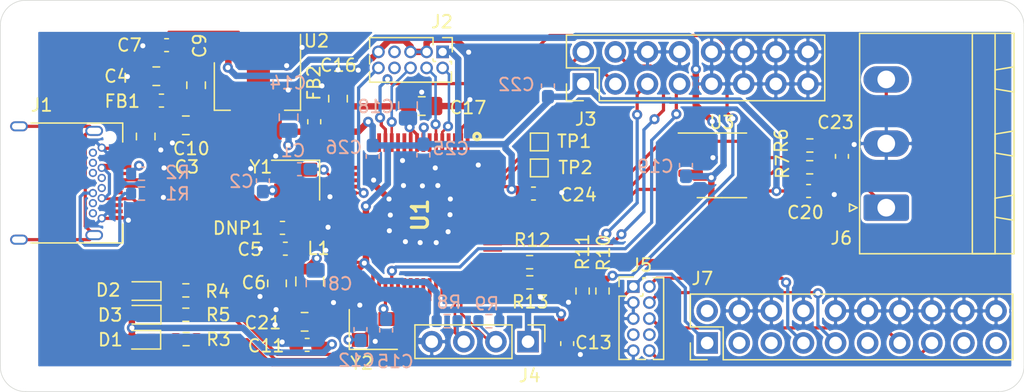
<source format=kicad_pcb>
(kicad_pcb (version 20171130) (host pcbnew "(5.1.9-0-10_14)")
  (layers (0 F.Cu signal hide) (31 B.Cu signal hide) (34 B.Paste user) (35 F.Paste user) (36 B.SilkS user hide) (37 F.SilkS user) (38 B.Mask user) (39 F.Mask user) (44 Edge.Cuts user))
  (net 0 "")
  (net 1 GND)
  (net 2 "Net-(C1-Pad1)")
  (net 3 "Net-(C2-Pad2)")
  (net 4 +5VA)
  (net 5 +5V)
  (net 6 "Net-(C5-Pad2)")
  (net 7 "Net-(C9-Pad2)")
  (net 8 +3V3)
  (net 9 "Net-(C12-Pad2)")
  (net 10 "Net-(C15-Pad2)")
  (net 11 +3.3VA)
  (net 12 "Net-(C23-Pad2)")
  (net 13 "Net-(D1-Pad1)")
  (net 14 "Net-(D2-Pad1)")
  (net 15 "Net-(D3-Pad1)")
  (net 16 "Net-(J1-PadB8)")
  (net 17 "Net-(J1-PadB5)")
  (net 18 "Net-(J1-PadS1)")
  (net 19 "Net-(J1-PadA8)")
  (net 20 "Net-(J1-PadA5)")
  (net 21 /MCU_RESET)
  (net 22 "Net-(J2-Pad8)")
  (net 23 "Net-(J2-Pad7)")
  (net 24 /SWO)
  (net 25 /SWCLK)
  (net 26 /SWDIO)
  (net 27 /FC3_SCK)
  (net 28 /FC3_RXD_SDA_MOSI)
  (net 29 /FC3_TXD_SCL_MISO)
  (net 30 /FC3_CTS_SDA_SSEL0)
  (net 31 /FC3_RTS_SCL_SSEL1)
  (net 32 /FC1_CTS_SDA)
  (net 33 /FC1_RTS_SCL)
  (net 34 /TARGET_RESET)
  (net 35 "Net-(J5-Pad8)")
  (net 36 "Net-(J5-Pad7)")
  (net 37 /TARGET_SWO)
  (net 38 /TARGET_SWCLK)
  (net 39 /TARGET_SWDIO)
  (net 40 /TARGET_VCC)
  (net 41 /CANL)
  (net 42 /CANH)
  (net 43 "Net-(J7-Pad19)")
  (net 44 "Net-(J7-Pad17)")
  (net 45 "Net-(J7-Pad11)")
  (net 46 "Net-(J7-Pad5)")
  (net 47 "Net-(J7-Pad3)")
  (net 48 "Net-(J7-Pad2)")
  (net 49 "Net-(L1-Pad2)")
  (net 50 /LED_R)
  (net 51 /LED_G)
  (net 52 /LED_B)
  (net 53 /TARGET_VCC_DIV)
  (net 54 /USB0_DM)
  (net 55 /USB0_DP)
  (net 56 "Net-(U1-Pad60)")
  (net 57 "Net-(U1-Pad59)")
  (net 58 "Net-(U1-Pad58)")
  (net 59 /CAN0_TD)
  (net 60 /CAN0_RD)
  (net 61 "Net-(U1-Pad54)")
  (net 62 "Net-(U1-Pad51)")
  (net 63 /USB0_VBUS_3V3)
  (net 64 "Net-(U1-Pad49)")
  (net 65 "Net-(U1-Pad48)")
  (net 66 "Net-(U1-Pad45)")
  (net 67 "Net-(U1-Pad44)")
  (net 68 "Net-(U1-Pad43)")
  (net 69 "Net-(U1-Pad39)")
  (net 70 "Net-(U1-Pad38)")
  (net 71 "Net-(U1-Pad37)")
  (net 72 /USB1_VBUS)
  (net 73 /USB1_DM)
  (net 74 /USB1_DP)
  (net 75 "Net-(U1-Pad18)")
  (net 76 "Net-(U1-Pad17)")
  (net 77 "Net-(U1-Pad15)")
  (net 78 "Net-(U1-Pad12)")
  (net 79 "Net-(U1-Pad7)")
  (net 80 "Net-(U1-Pad4)")
  (net 81 "Net-(U1-Pad3)")
  (net 82 /CAN_STB)
  (net 83 "Net-(J1-PadB7)")
  (net 84 "Net-(J1-PadB6)")
  (module TestPoint:TestPoint_Pad_1.0x1.0mm (layer F.Cu) (at 134.6454 100.2792)
    (fp_text reference TP2 (at 2.8702 -0.0254) (layer F.SilkS))
    (fp_text value TestPoint)
    (pad 1 smd rect (at 0 0) (size 1 1) (layers F.Cu F.Mask) (net 55 /USB0_DP))
  )
  (module TestPoint:TestPoint_Pad_1.0x1.0mm (layer F.Cu) (at 134.6454 98.2218)
    (fp_text reference TP1 (at 2.7686 -0.0508) (layer F.SilkS))
    (fp_text value TestPoint)
    (pad 1 smd rect (at 0 0) (size 1 1) (layers F.Cu F.Mask) (net 54 /USB0_DM))
  )
  (module Resistor_SMD:R_0603_1608Metric (layer F.Cu) (at 133.8966 109.347)
    (fp_text reference R13 (at 0.0376 1.5494) (layer F.SilkS))
    (fp_text value 20K)
    (pad 2 smd roundrect (at 0.825 0) (size 0.8 0.95) (layers F.Cu F.Paste F.Mask) (net 1 GND))
    (pad 1 smd roundrect (at -0.825 0) (size 0.8 0.95) (layers F.Cu F.Paste F.Mask) (net 63 /USB0_VBUS_3V3))
  )
  (module Resistor_SMD:R_0603_1608Metric (layer F.Cu) (at 133.8834 107.7468 180)
    (fp_text reference R12 (at -0.2032 1.7526) (layer F.SilkS))
    (fp_text value 10K)
    (pad 2 smd roundrect (at 0.825 0 180) (size 0.8 0.95) (layers F.Cu F.Paste F.Mask) (net 63 /USB0_VBUS_3V3))
    (pad 1 smd roundrect (at -0.825 0 180) (size 0.8 0.95) (layers F.Cu F.Paste F.Mask) (net 5 +5V))
  )
  (module Inductor_SMD:L_0603_1608Metric (layer F.Cu) (at 114.3254 105.029 180)
    (fp_text reference DNP1 (at 3.5052 -0.0254) (layer F.SilkS))
    (fp_text value Ferrite_Bead_Small)
    (pad 2 smd roundrect (at 0.7875 0 180) (size 0.875 0.95) (layers F.Cu F.Paste F.Mask) (net 4 +5VA))
    (pad 1 smd roundrect (at -0.7875 0 180) (size 0.875 0.95) (layers F.Cu F.Paste F.Mask) (net 72 /USB1_VBUS))
  )
  (module Inductor_SMD:L_Wuerth_MAPI-2512 (layer F.Cu) (at 116.4844 109.2708 270)
    (fp_text reference L1 (at -2.6162 -0.6858 180) (layer F.SilkS))
    (fp_text value 4.7uH)
    (pad 2 smd rect (at 0.975 0 270) (size 0.85 2.3) (layers F.Cu F.Paste F.Mask) (net 49 "Net-(L1-Pad2)"))
    (pad 1 smd rect (at -0.975 0 270) (size 0.85 2.3) (layers F.Cu F.Paste F.Mask) (net 6 "Net-(C5-Pad2)"))
  )
  (module Connector_PinHeader_2.54mm:PinHeader_2x10_P2.54mm_Vertical (layer F.Cu) (at 147.9296 114.1476 90)
    (fp_text reference J7 (at 5.1054 -0.381 180) (layer F.SilkS))
    (fp_text value Conn_02x10_Odd_Even)
    (pad 20 thru_hole oval (at 2.54 22.86 90) (size 1.7 1.7) (drill 1) (layers *.Cu *.Mask) (net 1 GND))
    (pad 19 thru_hole oval (at 0 22.86 90) (size 1.7 1.7) (drill 1) (layers *.Cu *.Mask) (net 43 "Net-(J7-Pad19)"))
    (pad 18 thru_hole oval (at 2.54 20.32 90) (size 1.7 1.7) (drill 1) (layers *.Cu *.Mask) (net 1 GND))
    (pad 17 thru_hole oval (at 0 20.32 90) (size 1.7 1.7) (drill 1) (layers *.Cu *.Mask) (net 44 "Net-(J7-Pad17)"))
    (pad 16 thru_hole oval (at 2.54 17.78 90) (size 1.7 1.7) (drill 1) (layers *.Cu *.Mask) (net 1 GND))
    (pad 15 thru_hole oval (at 0 17.78 90) (size 1.7 1.7) (drill 1) (layers *.Cu *.Mask) (net 34 /TARGET_RESET))
    (pad 14 thru_hole oval (at 2.54 15.24 90) (size 1.7 1.7) (drill 1) (layers *.Cu *.Mask) (net 1 GND))
    (pad 13 thru_hole oval (at 0 15.24 90) (size 1.7 1.7) (drill 1) (layers *.Cu *.Mask) (net 37 /TARGET_SWO))
    (pad 12 thru_hole oval (at 2.54 12.7 90) (size 1.7 1.7) (drill 1) (layers *.Cu *.Mask) (net 1 GND))
    (pad 11 thru_hole oval (at 0 12.7 90) (size 1.7 1.7) (drill 1) (layers *.Cu *.Mask) (net 45 "Net-(J7-Pad11)"))
    (pad 10 thru_hole oval (at 2.54 10.16 90) (size 1.7 1.7) (drill 1) (layers *.Cu *.Mask) (net 1 GND))
    (pad 9 thru_hole oval (at 0 10.16 90) (size 1.7 1.7) (drill 1) (layers *.Cu *.Mask) (net 38 /TARGET_SWCLK))
    (pad 8 thru_hole oval (at 2.54 7.62 90) (size 1.7 1.7) (drill 1) (layers *.Cu *.Mask) (net 1 GND))
    (pad 7 thru_hole oval (at 0 7.62 90) (size 1.7 1.7) (drill 1) (layers *.Cu *.Mask) (net 39 /TARGET_SWDIO))
    (pad 6 thru_hole oval (at 2.54 5.08 90) (size 1.7 1.7) (drill 1) (layers *.Cu *.Mask) (net 1 GND))
    (pad 5 thru_hole oval (at 0 5.08 90) (size 1.7 1.7) (drill 1) (layers *.Cu *.Mask) (net 46 "Net-(J7-Pad5)"))
    (pad 4 thru_hole oval (at 2.54 2.54 90) (size 1.7 1.7) (drill 1) (layers *.Cu *.Mask) (net 1 GND))
    (pad 3 thru_hole oval (at 0 2.54 90) (size 1.7 1.7) (drill 1) (layers *.Cu *.Mask) (net 47 "Net-(J7-Pad3)"))
    (pad 2 thru_hole oval (at 2.54 0 90) (size 1.7 1.7) (drill 1) (layers *.Cu *.Mask) (net 48 "Net-(J7-Pad2)"))
    (pad 1 thru_hole rect (at 0 0 90) (size 1.7 1.7) (drill 1) (layers *.Cu *.Mask) (net 40 /TARGET_VCC))
  )
  (module Package_SO:SOIC-8_3.9x4.9mm_P1.27mm (layer F.Cu) (at 149.098 100.076)
    (fp_text reference U3 (at 0 -3.4) (layer F.SilkS))
    (fp_text value TJA1042T-3)
    (pad 8 smd roundrect (at 2.475 -1.905) (size 1.95 0.6) (layers F.Cu F.Paste F.Mask) (net 82 /CAN_STB))
    (pad 7 smd roundrect (at 2.475 -0.635) (size 1.95 0.6) (layers F.Cu F.Paste F.Mask) (net 42 /CANH))
    (pad 6 smd roundrect (at 2.475 0.635) (size 1.95 0.6) (layers F.Cu F.Paste F.Mask) (net 41 /CANL))
    (pad 5 smd roundrect (at 2.475 1.905) (size 1.95 0.6) (layers F.Cu F.Paste F.Mask) (net 8 +3V3))
    (pad 4 smd roundrect (at -2.475 1.905) (size 1.95 0.6) (layers F.Cu F.Paste F.Mask) (net 60 /CAN0_RD))
    (pad 3 smd roundrect (at -2.475 0.635) (size 1.95 0.6) (layers F.Cu F.Paste F.Mask) (net 5 +5V))
    (pad 2 smd roundrect (at -2.475 -0.635) (size 1.95 0.6) (layers F.Cu F.Paste F.Mask) (net 1 GND))
    (pad 1 smd roundrect (at -2.475 -1.905) (size 1.95 0.6) (layers F.Cu F.Paste F.Mask) (net 59 /CAN0_TD))
  )
  (module Oscillator:Oscillator_SMD_Abracon_ASE-4Pin_3.2x2.5mm (layer F.Cu) (at 121.5136 113.0808)
    (fp_text reference Y2 (at -0.9144 2.667) (layer F.SilkS))
    (fp_text value 32.768KHz)
    (pad 4 smd rect (at -1.05 -0.825) (size 1.3 1.1) (layers F.Cu F.Paste F.Mask) (net 1 GND))
    (pad 3 smd rect (at 1.05 -0.825) (size 1.3 1.1) (layers F.Cu F.Paste F.Mask) (net 10 "Net-(C15-Pad2)"))
    (pad 2 smd rect (at 1.05 0.825) (size 1.3 1.1) (layers F.Cu F.Paste F.Mask) (net 1 GND))
    (pad 1 smd rect (at -1.05 0.825) (size 1.3 1.1) (layers F.Cu F.Paste F.Mask) (net 9 "Net-(C12-Pad2)"))
  )
  (module Oscillator:Oscillator_SMD_Abracon_ASE-4Pin_3.2x2.5mm (layer F.Cu) (at 115.3668 101.2444 180)
    (fp_text reference Y1 (at 2.7432 1.0414) (layer F.SilkS))
    (fp_text value 16MHz)
    (pad 4 smd rect (at -1.05 -0.825 180) (size 1.3 1.1) (layers F.Cu F.Paste F.Mask) (net 1 GND))
    (pad 3 smd rect (at 1.05 -0.825 180) (size 1.3 1.1) (layers F.Cu F.Paste F.Mask) (net 3 "Net-(C2-Pad2)"))
    (pad 2 smd rect (at 1.05 0.825 180) (size 1.3 1.1) (layers F.Cu F.Paste F.Mask) (net 1 GND))
    (pad 1 smd rect (at -1.05 0.825 180) (size 1.3 1.1) (layers F.Cu F.Paste F.Mask) (net 2 "Net-(C1-Pad1)"))
  )
  (module Package_TO_SOT_SMD:SOT-223-3_TabPin2 (layer F.Cu) (at 112.3442 93.8022 270)
    (fp_text reference U2 (at -3.5814 -4.6736 180) (layer F.SilkS))
    (fp_text value AP1117-33)
    (pad 1 smd rect (at -3.15 -2.3 270) (size 2 1.5) (layers F.Cu F.Paste F.Mask) (net 1 GND))
    (pad 3 smd rect (at -3.15 2.3 270) (size 2 1.5) (layers F.Cu F.Paste F.Mask) (net 5 +5V))
    (pad 2 smd rect (at -3.15 0 270) (size 2 1.5) (layers F.Cu F.Paste F.Mask) (net 8 +3V3))
    (pad 2 smd rect (at 3.15 0 270) (size 2 3.8) (layers F.Cu F.Paste F.Mask) (net 8 +3V3))
  )
  (module LPC5514JBD64E:QFP50P1200X1200X120-65N (layer F.Cu) (at 125.222 104.013 270)
    (fp_text reference U1 (at 0 0 90) (layer F.SilkS) (effects (font (size 1.27 1.27) (thickness 0.254))))
    (fp_text value LPC5514JBD64E hide)
    (pad 65 smd rect (at 0 0 270) (size 3.61 3.61) (layers F.Cu F.Paste F.Mask) (net 1 GND))
    (pad 64 smd rect (at -3.75 -5.738 270) (size 0.3 1.475) (layers F.Cu F.Paste F.Mask) (net 1 GND))
    (pad 63 smd rect (at -3.25 -5.738 270) (size 0.3 1.475) (layers F.Cu F.Paste F.Mask) (net 54 /USB0_DM))
    (pad 62 smd rect (at -2.75 -5.738 270) (size 0.3 1.475) (layers F.Cu F.Paste F.Mask) (net 55 /USB0_DP))
    (pad 61 smd rect (at -2.25 -5.738 270) (size 0.3 1.475) (layers F.Cu F.Paste F.Mask) (net 8 +3V3))
    (pad 60 smd rect (at -1.75 -5.738 270) (size 0.3 1.475) (layers F.Cu F.Paste F.Mask) (net 56 "Net-(U1-Pad60)"))
    (pad 59 smd rect (at -1.25 -5.738 270) (size 0.3 1.475) (layers F.Cu F.Paste F.Mask) (net 57 "Net-(U1-Pad59)"))
    (pad 58 smd rect (at -0.75 -5.738 270) (size 0.3 1.475) (layers F.Cu F.Paste F.Mask) (net 58 "Net-(U1-Pad58)"))
    (pad 57 smd rect (at -0.25 -5.738 270) (size 0.3 1.475) (layers F.Cu F.Paste F.Mask) (net 82 /CAN_STB))
    (pad 56 smd rect (at 0.25 -5.738 270) (size 0.3 1.475) (layers F.Cu F.Paste F.Mask) (net 59 /CAN0_TD))
    (pad 55 smd rect (at 0.75 -5.738 270) (size 0.3 1.475) (layers F.Cu F.Paste F.Mask) (net 60 /CAN0_RD))
    (pad 54 smd rect (at 1.25 -5.738 270) (size 0.3 1.475) (layers F.Cu F.Paste F.Mask) (net 61 "Net-(U1-Pad54)"))
    (pad 53 smd rect (at 1.75 -5.738 270) (size 0.3 1.475) (layers F.Cu F.Paste F.Mask) (net 28 /FC3_RXD_SDA_MOSI))
    (pad 52 smd rect (at 2.25 -5.738 270) (size 0.3 1.475) (layers F.Cu F.Paste F.Mask) (net 29 /FC3_TXD_SCL_MISO))
    (pad 51 smd rect (at 2.75 -5.738 270) (size 0.3 1.475) (layers F.Cu F.Paste F.Mask) (net 62 "Net-(U1-Pad51)"))
    (pad 50 smd rect (at 3.25 -5.738 270) (size 0.3 1.475) (layers F.Cu F.Paste F.Mask) (net 63 /USB0_VBUS_3V3))
    (pad 49 smd rect (at 3.75 -5.738 270) (size 0.3 1.475) (layers F.Cu F.Paste F.Mask) (net 64 "Net-(U1-Pad49)"))
    (pad 48 smd rect (at 5.738 -3.75) (size 0.3 1.475) (layers F.Cu F.Paste F.Mask) (net 65 "Net-(U1-Pad48)"))
    (pad 47 smd rect (at 5.738 -3.25) (size 0.3 1.475) (layers F.Cu F.Paste F.Mask) (net 33 /FC1_RTS_SCL))
    (pad 46 smd rect (at 5.738 -2.75) (size 0.3 1.475) (layers F.Cu F.Paste F.Mask) (net 32 /FC1_CTS_SDA))
    (pad 45 smd rect (at 5.738 -2.25) (size 0.3 1.475) (layers F.Cu F.Paste F.Mask) (net 66 "Net-(U1-Pad45)"))
    (pad 44 smd rect (at 5.738 -1.75) (size 0.3 1.475) (layers F.Cu F.Paste F.Mask) (net 67 "Net-(U1-Pad44)"))
    (pad 43 smd rect (at 5.738 -1.25) (size 0.3 1.475) (layers F.Cu F.Paste F.Mask) (net 68 "Net-(U1-Pad43)"))
    (pad 42 smd rect (at 5.738 -0.75) (size 0.3 1.475) (layers F.Cu F.Paste F.Mask) (net 50 /LED_R))
    (pad 41 smd rect (at 5.738 -0.25) (size 0.3 1.475) (layers F.Cu F.Paste F.Mask) (net 52 /LED_B))
    (pad 40 smd rect (at 5.738 0.25) (size 0.3 1.475) (layers F.Cu F.Paste F.Mask) (net 51 /LED_G))
    (pad 39 smd rect (at 5.738 0.75) (size 0.3 1.475) (layers F.Cu F.Paste F.Mask) (net 69 "Net-(U1-Pad39)"))
    (pad 38 smd rect (at 5.738 1.25) (size 0.3 1.475) (layers F.Cu F.Paste F.Mask) (net 70 "Net-(U1-Pad38)"))
    (pad 37 smd rect (at 5.738 1.75) (size 0.3 1.475) (layers F.Cu F.Paste F.Mask) (net 71 "Net-(U1-Pad37)"))
    (pad 36 smd rect (at 5.738 2.25) (size 0.3 1.475) (layers F.Cu F.Paste F.Mask) (net 27 /FC3_SCK))
    (pad 35 smd rect (at 5.738 2.75) (size 0.3 1.475) (layers F.Cu F.Paste F.Mask) (net 10 "Net-(C15-Pad2)"))
    (pad 34 smd rect (at 5.738 3.25) (size 0.3 1.475) (layers F.Cu F.Paste F.Mask) (net 9 "Net-(C12-Pad2)"))
    (pad 33 smd rect (at 5.738 3.75) (size 0.3 1.475) (layers F.Cu F.Paste F.Mask) (net 8 +3V3))
    (pad 32 smd rect (at 3.75 5.738 270) (size 0.3 1.475) (layers F.Cu F.Paste F.Mask) (net 8 +3V3))
    (pad 31 smd rect (at 3.25 5.738 270) (size 0.3 1.475) (layers F.Cu F.Paste F.Mask) (net 49 "Net-(L1-Pad2)"))
    (pad 30 smd rect (at 2.75 5.738 270) (size 0.3 1.475) (layers F.Cu F.Paste F.Mask) (net 1 GND))
    (pad 29 smd rect (at 2.25 5.738 270) (size 0.3 1.475) (layers F.Cu F.Paste F.Mask) (net 6 "Net-(C5-Pad2)"))
    (pad 28 smd rect (at 1.75 5.738 270) (size 0.3 1.475) (layers F.Cu F.Paste F.Mask) (net 6 "Net-(C5-Pad2)"))
    (pad 27 smd rect (at 1.25 5.738 270) (size 0.3 1.475) (layers F.Cu F.Paste F.Mask) (net 8 +3V3))
    (pad 26 smd rect (at 0.75 5.738 270) (size 0.3 1.475) (layers F.Cu F.Paste F.Mask) (net 1 GND))
    (pad 25 smd rect (at 0.25 5.738 270) (size 0.3 1.475) (layers F.Cu F.Paste F.Mask) (net 72 /USB1_VBUS))
    (pad 24 smd rect (at -0.25 5.738 270) (size 0.3 1.475) (layers F.Cu F.Paste F.Mask) (net 73 /USB1_DM))
    (pad 23 smd rect (at -0.75 5.738 270) (size 0.3 1.475) (layers F.Cu F.Paste F.Mask) (net 74 /USB1_DP))
    (pad 22 smd rect (at -1.25 5.738 270) (size 0.3 1.475) (layers F.Cu F.Paste F.Mask) (net 1 GND))
    (pad 21 smd rect (at -1.75 5.738 270) (size 0.3 1.475) (layers F.Cu F.Paste F.Mask) (net 21 /MCU_RESET))
    (pad 20 smd rect (at -2.25 5.738 270) (size 0.3 1.475) (layers F.Cu F.Paste F.Mask) (net 3 "Net-(C2-Pad2)"))
    (pad 19 smd rect (at -2.75 5.738 270) (size 0.3 1.475) (layers F.Cu F.Paste F.Mask) (net 2 "Net-(C1-Pad1)"))
    (pad 18 smd rect (at -3.25 5.738 270) (size 0.3 1.475) (layers F.Cu F.Paste F.Mask) (net 75 "Net-(U1-Pad18)"))
    (pad 17 smd rect (at -3.75 5.738 270) (size 0.3 1.475) (layers F.Cu F.Paste F.Mask) (net 76 "Net-(U1-Pad17)"))
    (pad 16 smd rect (at -5.738 3.75) (size 0.3 1.475) (layers F.Cu F.Paste F.Mask) (net 8 +3V3))
    (pad 15 smd rect (at -5.738 3.25) (size 0.3 1.475) (layers F.Cu F.Paste F.Mask) (net 77 "Net-(U1-Pad15)"))
    (pad 14 smd rect (at -5.738 2.75) (size 0.3 1.475) (layers F.Cu F.Paste F.Mask) (net 53 /TARGET_VCC_DIV))
    (pad 13 smd rect (at -5.738 2.25) (size 0.3 1.475) (layers F.Cu F.Paste F.Mask) (net 24 /SWO))
    (pad 12 smd rect (at -5.738 1.75) (size 0.3 1.475) (layers F.Cu F.Paste F.Mask) (net 78 "Net-(U1-Pad12)"))
    (pad 11 smd rect (at -5.738 1.25) (size 0.3 1.475) (layers F.Cu F.Paste F.Mask) (net 1 GND))
    (pad 10 smd rect (at -5.738 0.75) (size 0.3 1.475) (layers F.Cu F.Paste F.Mask) (net 11 +3.3VA))
    (pad 9 smd rect (at -5.738 0.25) (size 0.3 1.475) (layers F.Cu F.Paste F.Mask) (net 11 +3.3VA))
    (pad 8 smd rect (at -5.738 -0.25) (size 0.3 1.475) (layers F.Cu F.Paste F.Mask) (net 8 +3V3))
    (pad 7 smd rect (at -5.738 -0.75) (size 0.3 1.475) (layers F.Cu F.Paste F.Mask) (net 79 "Net-(U1-Pad7)"))
    (pad 6 smd rect (at -5.738 -1.25) (size 0.3 1.475) (layers F.Cu F.Paste F.Mask) (net 25 /SWCLK))
    (pad 5 smd rect (at -5.738 -1.75) (size 0.3 1.475) (layers F.Cu F.Paste F.Mask) (net 26 /SWDIO))
    (pad 4 smd rect (at -5.738 -2.25) (size 0.3 1.475) (layers F.Cu F.Paste F.Mask) (net 80 "Net-(U1-Pad4)"))
    (pad 3 smd rect (at -5.738 -2.75) (size 0.3 1.475) (layers F.Cu F.Paste F.Mask) (net 81 "Net-(U1-Pad3)"))
    (pad 2 smd rect (at -5.738 -3.25) (size 0.3 1.475) (layers F.Cu F.Paste F.Mask) (net 30 /FC3_CTS_SDA_SSEL0))
    (pad 1 smd rect (at -5.738 -3.75) (size 0.3 1.475) (layers F.Cu F.Paste F.Mask) (net 31 /FC3_RTS_SCL_SSEL1))
  )
  (module Resistor_SMD:R_0603_1608Metric (layer F.Cu) (at 138.0744 110.0328 90)
    (fp_text reference R11 (at 3.0988 0 90) (layer F.SilkS))
    (fp_text value 10K)
    (pad 2 smd roundrect (at 0.825 0 90) (size 0.8 0.95) (layers F.Cu F.Paste F.Mask) (net 53 /TARGET_VCC_DIV))
    (pad 1 smd roundrect (at -0.825 0 90) (size 0.8 0.95) (layers F.Cu F.Paste F.Mask) (net 1 GND))
  )
  (module Resistor_SMD:R_0603_1608Metric (layer F.Cu) (at 139.6492 110.0328 270)
    (fp_text reference R10 (at -3.0226 -0.0762 90) (layer F.SilkS))
    (fp_text value 10K)
    (pad 2 smd roundrect (at 0.825 0 270) (size 0.8 0.95) (layers F.Cu F.Paste F.Mask) (net 40 /TARGET_VCC))
    (pad 1 smd roundrect (at -0.825 0 270) (size 0.8 0.95) (layers F.Cu F.Paste F.Mask) (net 53 /TARGET_VCC_DIV))
  )
  (module Resistor_SMD:R_0603_1608Metric (layer B.Cu) (at 130.6576 112.4204)
    (fp_text reference R9 (at -0.1651 -1.3716) (layer B.SilkS) (effects (justify mirror)))
    (fp_text value 2K)
    (pad 2 smd roundrect (at 0.825 0) (size 0.8 0.95) (layers B.Cu B.Paste B.Mask) (net 8 +3V3))
    (pad 1 smd roundrect (at -0.825 0) (size 0.8 0.95) (layers B.Cu B.Paste B.Mask) (net 33 /FC1_RTS_SCL))
  )
  (module Resistor_SMD:R_0603_1608Metric (layer B.Cu) (at 127.3556 112.4204 180)
    (fp_text reference R8 (at -0.1397 1.4986) (layer B.SilkS) (effects (justify mirror)))
    (fp_text value 2K)
    (pad 2 smd roundrect (at 0.825 0 180) (size 0.8 0.95) (layers B.Cu B.Paste B.Mask) (net 8 +3V3))
    (pad 1 smd roundrect (at -0.825 0 180) (size 0.8 0.95) (layers B.Cu B.Paste B.Mask) (net 32 /FC1_CTS_SDA))
  )
  (module Resistor_SMD:R_0603_1608Metric (layer F.Cu) (at 156.0454 100.2284)
    (fp_text reference R7 (at -2.1468 -0.0508 90) (layer F.SilkS))
    (fp_text value 60R)
    (pad 2 smd roundrect (at 0.825 0) (size 0.8 0.95) (layers F.Cu F.Paste F.Mask) (net 12 "Net-(C23-Pad2)"))
    (pad 1 smd roundrect (at -0.825 0) (size 0.8 0.95) (layers F.Cu F.Paste F.Mask) (net 41 /CANL))
  )
  (module Resistor_SMD:R_0603_1608Metric (layer F.Cu) (at 156.0576 98.5012 180)
    (fp_text reference R6 (at 2.2606 0.381 90) (layer F.SilkS))
    (fp_text value 60R)
    (pad 2 smd roundrect (at 0.825 0 180) (size 0.8 0.95) (layers F.Cu F.Paste F.Mask) (net 42 /CANH))
    (pad 1 smd roundrect (at -0.825 0 180) (size 0.8 0.95) (layers F.Cu F.Paste F.Mask) (net 12 "Net-(C23-Pad2)"))
  )
  (module Resistor_SMD:R_0603_1608Metric (layer F.Cu) (at 106.68 111.9124 180)
    (fp_text reference R5 (at -2.5654 0) (layer F.SilkS))
    (fp_text value 330R)
    (pad 2 smd roundrect (at 0.825 0 180) (size 0.8 0.95) (layers F.Cu F.Paste F.Mask) (net 15 "Net-(D3-Pad1)"))
    (pad 1 smd roundrect (at -0.825 0 180) (size 0.8 0.95) (layers F.Cu F.Paste F.Mask) (net 52 /LED_B))
  )
  (module Resistor_SMD:R_0603_1608Metric (layer F.Cu) (at 106.68 109.982 180)
    (fp_text reference R4 (at -2.5146 -0.0762) (layer F.SilkS))
    (fp_text value 330R)
    (pad 2 smd roundrect (at 0.825 0 180) (size 0.8 0.95) (layers F.Cu F.Paste F.Mask) (net 14 "Net-(D2-Pad1)"))
    (pad 1 smd roundrect (at -0.825 0 180) (size 0.8 0.95) (layers F.Cu F.Paste F.Mask) (net 51 /LED_G))
  )
  (module Resistor_SMD:R_0603_1608Metric (layer F.Cu) (at 106.7054 113.8428 180)
    (fp_text reference R3 (at -2.5654 -0.0254) (layer F.SilkS))
    (fp_text value 330R)
    (pad 2 smd roundrect (at 0.825 0 180) (size 0.8 0.95) (layers F.Cu F.Paste F.Mask) (net 13 "Net-(D1-Pad1)"))
    (pad 1 smd roundrect (at -0.825 0 180) (size 0.8 0.95) (layers F.Cu F.Paste F.Mask) (net 50 /LED_R))
  )
  (module Resistor_SMD:R_0603_1608Metric (layer B.Cu) (at 103.1748 100.7364 180)
    (fp_text reference R2 (at -2.8448 0.1016) (layer B.SilkS) (effects (justify mirror)))
    (fp_text value 5K1)
    (pad 2 smd roundrect (at 0.825 0 180) (size 0.8 0.95) (layers B.Cu B.Paste B.Mask) (net 20 "Net-(J1-PadA5)"))
    (pad 1 smd roundrect (at -0.825 0 180) (size 0.8 0.95) (layers B.Cu B.Paste B.Mask) (net 1 GND))
  )
  (module Resistor_SMD:R_0603_1608Metric (layer B.Cu) (at 103.1748 102.3112 180)
    (fp_text reference R1 (at -2.8448 -0.0254) (layer B.SilkS) (effects (justify mirror)))
    (fp_text value DNP)
    (pad 2 smd roundrect (at 0.825 0 180) (size 0.8 0.95) (layers B.Cu B.Paste B.Mask) (net 17 "Net-(J1-PadB5)"))
    (pad 1 smd roundrect (at -0.825 0 180) (size 0.8 0.95) (layers B.Cu B.Paste B.Mask) (net 1 GND))
  )
  (module Connector_Phoenix_MSTB:PhoenixContact_MSTBA_2,5_3-G-5,08_1x03_P5.08mm_Horizontal (layer F.Cu) (at 162.1028 103.4288 90)
    (fp_text reference J6 (at -2.413 -3.556 180) (layer F.SilkS))
    (fp_text value Screw_Terminal_01x03)
    (pad 3 thru_hole oval (at 10.16 0 90) (size 2.08 3.6) (drill 1.4) (layers *.Cu *.Mask) (net 42 /CANH))
    (pad 2 thru_hole oval (at 5.08 0 90) (size 2.08 3.6) (drill 1.4) (layers *.Cu *.Mask) (net 1 GND))
    (pad 1 thru_hole roundrect (at 0 0 90) (size 2.08 3.6) (drill 1.4) (layers *.Cu *.Mask) (roundrect_rratio 0.120192) (net 41 /CANL))
  )
  (module Connector_PinHeader_1.27mm:PinHeader_2x05_P1.27mm_Vertical (layer F.Cu) (at 142.0876 109.6772)
    (fp_text reference J5 (at 0.635 -1.695) (layer F.SilkS))
    (fp_text value Conn_02x05_Odd_Even)
    (pad 10 thru_hole oval (at 1.27 5.08) (size 1 1) (drill 0.65) (layers *.Cu *.Mask) (net 34 /TARGET_RESET))
    (pad 9 thru_hole oval (at 0 5.08) (size 1 1) (drill 0.65) (layers *.Cu *.Mask) (net 1 GND))
    (pad 8 thru_hole oval (at 1.27 3.81) (size 1 1) (drill 0.65) (layers *.Cu *.Mask) (net 35 "Net-(J5-Pad8)"))
    (pad 7 thru_hole oval (at 0 3.81) (size 1 1) (drill 0.65) (layers *.Cu *.Mask) (net 36 "Net-(J5-Pad7)"))
    (pad 6 thru_hole oval (at 1.27 2.54) (size 1 1) (drill 0.65) (layers *.Cu *.Mask) (net 37 /TARGET_SWO))
    (pad 5 thru_hole oval (at 0 2.54) (size 1 1) (drill 0.65) (layers *.Cu *.Mask) (net 1 GND))
    (pad 4 thru_hole oval (at 1.27 1.27) (size 1 1) (drill 0.65) (layers *.Cu *.Mask) (net 38 /TARGET_SWCLK))
    (pad 3 thru_hole oval (at 0 1.27) (size 1 1) (drill 0.65) (layers *.Cu *.Mask) (net 1 GND))
    (pad 2 thru_hole oval (at 1.27 0) (size 1 1) (drill 0.65) (layers *.Cu *.Mask) (net 39 /TARGET_SWDIO))
    (pad 1 thru_hole rect (at 0 0) (size 1 1) (drill 0.65) (layers *.Cu *.Mask) (net 40 /TARGET_VCC))
  )
  (module Connector_PinHeader_2.54mm:PinHeader_1x04_P2.54mm_Vertical (layer F.Cu) (at 133.7564 114.046 270)
    (fp_text reference J4 (at 2.6924 -0.127 180) (layer F.SilkS))
    (fp_text value Conn_01x04)
    (pad 4 thru_hole oval (at 0 7.62 270) (size 1.7 1.7) (drill 1) (layers *.Cu *.Mask) (net 1 GND))
    (pad 3 thru_hole oval (at 0 5.08 270) (size 1.7 1.7) (drill 1) (layers *.Cu *.Mask) (net 32 /FC1_CTS_SDA))
    (pad 2 thru_hole oval (at 0 2.54 270) (size 1.7 1.7) (drill 1) (layers *.Cu *.Mask) (net 33 /FC1_RTS_SCL))
    (pad 1 thru_hole rect (at 0 0 270) (size 1.7 1.7) (drill 1) (layers *.Cu *.Mask) (net 8 +3V3))
  )
  (module Connector_PinHeader_2.54mm:PinHeader_2x08_P2.54mm_Vertical (layer F.Cu) (at 138.1252 93.6244 90)
    (fp_text reference J3 (at -2.794 0.2032 180) (layer F.SilkS))
    (fp_text value Conn_02x08_Counter_Clockwise)
    (pad 16 thru_hole oval (at 2.54 17.78 90) (size 1.7 1.7) (drill 1) (layers *.Cu *.Mask) (net 1 GND))
    (pad 15 thru_hole oval (at 0 17.78 90) (size 1.7 1.7) (drill 1) (layers *.Cu *.Mask) (net 1 GND))
    (pad 14 thru_hole oval (at 2.54 15.24 90) (size 1.7 1.7) (drill 1) (layers *.Cu *.Mask) (net 1 GND))
    (pad 13 thru_hole oval (at 0 15.24 90) (size 1.7 1.7) (drill 1) (layers *.Cu *.Mask) (net 1 GND))
    (pad 12 thru_hole oval (at 2.54 12.7 90) (size 1.7 1.7) (drill 1) (layers *.Cu *.Mask) (net 1 GND))
    (pad 11 thru_hole oval (at 0 12.7 90) (size 1.7 1.7) (drill 1) (layers *.Cu *.Mask) (net 1 GND))
    (pad 10 thru_hole oval (at 2.54 10.16 90) (size 1.7 1.7) (drill 1) (layers *.Cu *.Mask) (net 1 GND))
    (pad 9 thru_hole oval (at 0 10.16 90) (size 1.7 1.7) (drill 1) (layers *.Cu *.Mask) (net 1 GND))
    (pad 8 thru_hole oval (at 2.54 7.62 90) (size 1.7 1.7) (drill 1) (layers *.Cu *.Mask) (net 1 GND))
    (pad 7 thru_hole oval (at 0 7.62 90) (size 1.7 1.7) (drill 1) (layers *.Cu *.Mask) (net 27 /FC3_SCK))
    (pad 6 thru_hole oval (at 2.54 5.08 90) (size 1.7 1.7) (drill 1) (layers *.Cu *.Mask) (net 1 GND))
    (pad 5 thru_hole oval (at 0 5.08 90) (size 1.7 1.7) (drill 1) (layers *.Cu *.Mask) (net 28 /FC3_RXD_SDA_MOSI))
    (pad 4 thru_hole oval (at 2.54 2.54 90) (size 1.7 1.7) (drill 1) (layers *.Cu *.Mask) (net 29 /FC3_TXD_SCL_MISO))
    (pad 3 thru_hole oval (at 0 2.54 90) (size 1.7 1.7) (drill 1) (layers *.Cu *.Mask) (net 31 /FC3_RTS_SCL_SSEL1))
    (pad 2 thru_hole oval (at 2.54 0 90) (size 1.7 1.7) (drill 1) (layers *.Cu *.Mask) (net 30 /FC3_CTS_SDA_SSEL0))
    (pad 1 thru_hole rect (at 0 0 90) (size 1.7 1.7) (drill 1) (layers *.Cu *.Mask) (net 8 +3V3))
  )
  (module Connector_PinHeader_1.27mm:PinHeader_2x05_P1.27mm_Vertical (layer F.Cu) (at 127 91.0844 270)
    (fp_text reference J2 (at -2.3876 0.0508 180) (layer F.SilkS))
    (fp_text value Conn_02x05_Odd_Even)
    (pad 10 thru_hole oval (at 1.27 5.08 270) (size 1 1) (drill 0.65) (layers *.Cu *.Mask) (net 21 /MCU_RESET))
    (pad 9 thru_hole oval (at 0 5.08 270) (size 1 1) (drill 0.65) (layers *.Cu *.Mask) (net 1 GND))
    (pad 8 thru_hole oval (at 1.27 3.81 270) (size 1 1) (drill 0.65) (layers *.Cu *.Mask) (net 22 "Net-(J2-Pad8)"))
    (pad 7 thru_hole oval (at 0 3.81 270) (size 1 1) (drill 0.65) (layers *.Cu *.Mask) (net 23 "Net-(J2-Pad7)"))
    (pad 6 thru_hole oval (at 1.27 2.54 270) (size 1 1) (drill 0.65) (layers *.Cu *.Mask) (net 24 /SWO))
    (pad 5 thru_hole oval (at 0 2.54 270) (size 1 1) (drill 0.65) (layers *.Cu *.Mask) (net 1 GND))
    (pad 4 thru_hole oval (at 1.27 1.27 270) (size 1 1) (drill 0.65) (layers *.Cu *.Mask) (net 25 /SWCLK))
    (pad 3 thru_hole oval (at 0 1.27 270) (size 1 1) (drill 0.65) (layers *.Cu *.Mask) (net 1 GND))
    (pad 2 thru_hole oval (at 1.27 0 270) (size 1 1) (drill 0.65) (layers *.Cu *.Mask) (net 26 /SWDIO))
    (pad 1 thru_hole rect (at 0 0 270) (size 1 1) (drill 0.65) (layers *.Cu *.Mask) (net 8 +3V3))
  )
  (module Connector_USB:USB_C_Receptacle_Amphenol_12401548E4-2A (layer F.Cu) (at 96.3168 101.473 270)
    (fp_text reference J1 (at -6.1722 1.0414) (layer F.SilkS))
    (fp_text value USB_C_Receptacle_USB2.0 hide)
    (pad B11 thru_hole circle (at -2.4 -3.01 270) (size 0.65 0.65) (drill 0.4) (layers *.Cu *.Mask))
    (pad B10 thru_hole circle (at -1.6 -3.01 270) (size 0.65 0.65) (drill 0.4) (layers *.Cu *.Mask))
    (pad B8 thru_hole circle (at -0.8 -3.01 270) (size 0.65 0.65) (drill 0.4) (layers *.Cu *.Mask) (net 16 "Net-(J1-PadB8)"))
    (pad B5 thru_hole circle (at 0.8 -3.01 270) (size 0.65 0.65) (drill 0.4) (layers *.Cu *.Mask) (net 17 "Net-(J1-PadB5)"))
    (pad B3 thru_hole circle (at 1.6 -3.01 270) (size 0.65 0.65) (drill 0.4) (layers *.Cu *.Mask))
    (pad B2 thru_hole circle (at 2.4 -3.01 270) (size 0.65 0.65) (drill 0.4) (layers *.Cu *.Mask))
    (pad B12 thru_hole circle (at -2.8 -3.71 270) (size 0.65 0.65) (drill 0.4) (layers *.Cu *.Mask) (net 1 GND))
    (pad B9 thru_hole circle (at -1.2 -3.71 270) (size 0.65 0.65) (drill 0.4) (layers *.Cu *.Mask) (net 4 +5VA))
    (pad B7 thru_hole circle (at -0.4 -3.71 270) (size 0.65 0.65) (drill 0.4) (layers *.Cu *.Mask) (net 83 "Net-(J1-PadB7)"))
    (pad B6 thru_hole circle (at 0.4 -3.71 270) (size 0.65 0.65) (drill 0.4) (layers *.Cu *.Mask) (net 84 "Net-(J1-PadB6)"))
    (pad B4 thru_hole circle (at 1.2 -3.71 270) (size 0.65 0.65) (drill 0.4) (layers *.Cu *.Mask) (net 4 +5VA))
    (pad B1 thru_hole circle (at 2.8 -3.71 270) (size 0.65 0.65) (drill 0.4) (layers *.Cu *.Mask) (net 1 GND))
    (pad "" np_thru_hole circle (at -3.6 -4.36 270) (size 0.65 0.65) (drill 0.65) (layers *.Cu *.Mask))
    (pad "" np_thru_hole oval (at 3.6 -4.36 270) (size 0.95 0.65) (drill oval 0.95 0.65) (layers *.Cu *.Mask))
    (pad S1 thru_hole oval (at -4.49 2.84 270) (size 0.8 1.4) (drill oval 0.5 1.1) (layers *.Cu *.Mask) (net 18 "Net-(J1-PadS1)"))
    (pad S1 thru_hole oval (at 4.49 2.84 270) (size 0.8 1.4) (drill oval 0.5 1.1) (layers *.Cu *.Mask) (net 18 "Net-(J1-PadS1)"))
    (pad S1 thru_hole oval (at 4.13 -3.11 270) (size 0.8 1.4) (drill oval 0.5 1.1) (layers *.Cu *.Mask) (net 18 "Net-(J1-PadS1)"))
    (pad A11 smd rect (at 2.25 -5.02 270) (size 0.3 0.7) (layers F.Cu F.Paste F.Mask))
    (pad A8 smd rect (at 0.75 -5.02 270) (size 0.3 0.7) (layers F.Cu F.Paste F.Mask) (net 19 "Net-(J1-PadA8)"))
    (pad A9 smd rect (at 1.25 -5.02 270) (size 0.3 0.7) (layers F.Cu F.Paste F.Mask) (net 4 +5VA))
    (pad A10 smd rect (at 1.75 -5.02 270) (size 0.3 0.7) (layers F.Cu F.Paste F.Mask))
    (pad A12 smd rect (at 2.75 -5.02 270) (size 0.3 0.7) (layers F.Cu F.Paste F.Mask) (net 1 GND))
    (pad A7 smd rect (at 0.25 -5.02 270) (size 0.3 0.7) (layers F.Cu F.Paste F.Mask) (net 73 /USB1_DM))
    (pad A6 smd rect (at -0.25 -5.02 270) (size 0.3 0.7) (layers F.Cu F.Paste F.Mask) (net 74 /USB1_DP))
    (pad A5 smd rect (at -0.75 -5.02 270) (size 0.3 0.7) (layers F.Cu F.Paste F.Mask) (net 20 "Net-(J1-PadA5)"))
    (pad A4 smd rect (at -1.25 -5.02 270) (size 0.3 0.7) (layers F.Cu F.Paste F.Mask) (net 4 +5VA))
    (pad A3 smd rect (at -1.75 -5.02 270) (size 0.3 0.7) (layers F.Cu F.Paste F.Mask))
    (pad A2 smd rect (at -2.25 -5.02 270) (size 0.3 0.7) (layers F.Cu F.Paste F.Mask))
    (pad A1 smd rect (at -2.75 -5.02 270) (size 0.3 0.7) (layers F.Cu F.Paste F.Mask) (net 1 GND))
    (pad S1 thru_hole oval (at -4.13 -3.11 270) (size 0.8 1.4) (drill oval 0.5 1.1) (layers *.Cu *.Mask) (net 18 "Net-(J1-PadS1)"))
  )
  (module Inductor_SMD:L_0603_1608Metric (layer F.Cu) (at 116.84 96.6216 270)
    (fp_text reference FB2 (at -3.0734 0.0254 270) (layer F.SilkS))
    (fp_text value Ferrite_Bead_Small)
    (pad 2 smd roundrect (at 0.7875 0 270) (size 0.875 0.95) (layers F.Cu F.Paste F.Mask) (net 8 +3V3))
    (pad 1 smd roundrect (at -0.7875 0 270) (size 0.875 0.95) (layers F.Cu F.Paste F.Mask) (net 11 +3.3VA))
  )
  (module Inductor_SMD:L_0603_1608Metric (layer F.Cu) (at 104.7496 94.9452 180)
    (fp_text reference FB1 (at 3.0988 -0.0508) (layer F.SilkS))
    (fp_text value Ferrite_Bead_Small hide)
    (pad 2 smd roundrect (at 0.7875 0 180) (size 0.875 0.95) (layers F.Cu F.Paste F.Mask) (net 4 +5VA))
    (pad 1 smd roundrect (at -0.7875 0 180) (size 0.875 0.95) (layers F.Cu F.Paste F.Mask) (net 5 +5V))
  )
  (module LED_SMD:LED_0603_1608Metric (layer F.Cu) (at 103.2256 111.9124 180)
    (fp_text reference D3 (at 2.54 -0.0254) (layer F.SilkS))
    (fp_text value LED)
    (pad 2 smd roundrect (at 0.7875 0 180) (size 0.875 0.95) (layers F.Cu F.Paste F.Mask) (net 8 +3V3))
    (pad 1 smd roundrect (at -0.7875 0 180) (size 0.875 0.95) (layers F.Cu F.Paste F.Mask) (net 15 "Net-(D3-Pad1)"))
  )
  (module LED_SMD:LED_0603_1608Metric (layer F.Cu) (at 103.2256 110.0328 180)
    (fp_text reference D2 (at 2.6924 0.0762) (layer F.SilkS))
    (fp_text value LED)
    (pad 2 smd roundrect (at 0.7875 0 180) (size 0.875 0.95) (layers F.Cu F.Paste F.Mask) (net 8 +3V3))
    (pad 1 smd roundrect (at -0.7875 0 180) (size 0.875 0.95) (layers F.Cu F.Paste F.Mask) (net 14 "Net-(D2-Pad1)"))
  )
  (module LED_SMD:LED_0603_1608Metric (layer F.Cu) (at 103.2002 113.8936 180)
    (fp_text reference D1 (at 2.4892 0) (layer F.SilkS))
    (fp_text value LED)
    (pad 2 smd roundrect (at 0.7875 0 180) (size 0.875 0.95) (layers F.Cu F.Paste F.Mask) (net 8 +3V3))
    (pad 1 smd roundrect (at -0.7875 0 180) (size 0.875 0.95) (layers F.Cu F.Paste F.Mask) (net 13 "Net-(D1-Pad1)"))
  )
  (module Capacitor_SMD:C_0603_1608Metric_Pad1.08x0.95mm_HandSolder (layer B.Cu) (at 121.4628 99.3648 270)
    (fp_text reference C26 (at -0.7112 2.286) (layer B.SilkS) (effects (justify mirror)))
    (fp_text value 1uF)
    (pad 2 smd roundrect (at 0.8625 0 270) (size 1.075 0.95) (layers B.Cu B.Paste B.Mask) (net 1 GND))
    (pad 1 smd roundrect (at -0.8625 0 270) (size 1.075 0.95) (layers B.Cu B.Paste B.Mask) (net 8 +3V3))
  )
  (module Capacitor_SMD:C_0603_1608Metric_Pad1.08x0.95mm_HandSolder (layer B.Cu) (at 125.476 99.2632 270)
    (fp_text reference C25 (at -0.5207 -2.1717) (layer B.SilkS) (effects (justify mirror)))
    (fp_text value 1uF)
    (pad 2 smd roundrect (at 0.8625 0 270) (size 1.075 0.95) (layers B.Cu B.Paste B.Mask) (net 1 GND))
    (pad 1 smd roundrect (at -0.8625 0 270) (size 1.075 0.95) (layers B.Cu B.Paste B.Mask) (net 8 +3V3))
  )
  (module Capacitor_SMD:C_0603_1608Metric_Pad1.08x0.95mm_HandSolder (layer F.Cu) (at 134.1882 102.3112)
    (fp_text reference C24 (at 3.556 0.1016) (layer F.SilkS))
    (fp_text value 1uF)
    (pad 2 smd roundrect (at 0.8625 0) (size 1.075 0.95) (layers F.Cu F.Paste F.Mask) (net 1 GND))
    (pad 1 smd roundrect (at -0.8625 0) (size 1.075 0.95) (layers F.Cu F.Paste F.Mask) (net 8 +3V3))
  )
  (module Capacitor_SMD:C_0603_1608Metric_Pad1.08x0.95mm_HandSolder (layer F.Cu) (at 158.5976 99.3648 270)
    (fp_text reference C23 (at -2.6924 0.508 180) (layer F.SilkS))
    (fp_text value 4.7nF)
    (pad 2 smd roundrect (at 0.8625 0 270) (size 1.075 0.95) (layers F.Cu F.Paste F.Mask) (net 12 "Net-(C23-Pad2)"))
    (pad 1 smd roundrect (at -0.8625 0 270) (size 1.075 0.95) (layers F.Cu F.Paste F.Mask) (net 1 GND))
  )
  (module Capacitor_SMD:C_0603_1608Metric_Pad1.08x0.95mm_HandSolder (layer B.Cu) (at 135.3312 93.7768 90)
    (fp_text reference C22 (at 0.1016 -2.5019 180) (layer B.SilkS) (effects (justify mirror)))
    (fp_text value 10uF)
    (pad 2 smd roundrect (at 0.8625 0 90) (size 1.075 0.95) (layers B.Cu B.Paste B.Mask) (net 1 GND))
    (pad 1 smd roundrect (at -0.8625 0 90) (size 1.075 0.95) (layers B.Cu B.Paste B.Mask) (net 8 +3V3))
  )
  (module Capacitor_SMD:C_0805_2012Metric_Pad1.18x1.45mm_HandSolder (layer F.Cu) (at 116.078 112.4712 180)
    (fp_text reference C21 (at 3.302 -0.0762) (layer F.SilkS))
    (fp_text value 1uF)
    (pad 2 smd roundrect (at 1.0375 0 180) (size 1.175 1.45) (layers F.Cu F.Paste F.Mask) (roundrect_rratio 0.212766) (net 1 GND))
    (pad 1 smd roundrect (at -1.0375 0 180) (size 1.175 1.45) (layers F.Cu F.Paste F.Mask) (roundrect_rratio 0.212766) (net 8 +3V3))
  )
  (module Capacitor_SMD:C_0603_1608Metric_Pad1.08x0.95mm_HandSolder (layer F.Cu) (at 155.956 102.108)
    (fp_text reference C20 (at -0.254 1.7018) (layer F.SilkS))
    (fp_text value 1uF)
    (pad 2 smd roundrect (at 0.8625 0) (size 1.075 0.95) (layers F.Cu F.Paste F.Mask) (net 1 GND))
    (pad 1 smd roundrect (at -0.8625 0) (size 1.075 0.95) (layers F.Cu F.Paste F.Mask) (net 8 +3V3))
  )
  (module Capacitor_SMD:C_0603_1608Metric_Pad1.08x0.95mm_HandSolder (layer B.Cu) (at 146.2532 100.076 90)
    (fp_text reference C19 (at -0.0762 -2.4257) (layer B.SilkS) (effects (justify mirror)))
    (fp_text value 1uF)
    (pad 2 smd roundrect (at 0.8625 0 90) (size 1.075 0.95) (layers B.Cu B.Paste B.Mask) (net 1 GND))
    (pad 1 smd roundrect (at -0.8625 0 90) (size 1.075 0.95) (layers B.Cu B.Paste B.Mask) (net 5 +5V))
  )
  (module Capacitor_SMD:C_0805_2012Metric_Pad1.18x1.45mm_HandSolder (layer B.Cu) (at 124.2568 95.3047 90)
    (fp_text reference C18 (at -0.1104 -2.54) (layer B.SilkS) (effects (justify mirror)))
    (fp_text value 10uF)
    (pad 2 smd roundrect (at 1.0375 0 90) (size 1.175 1.45) (layers B.Cu B.Paste B.Mask) (roundrect_rratio 0.212766) (net 1 GND))
    (pad 1 smd roundrect (at -1.0375 0 90) (size 1.175 1.45) (layers B.Cu B.Paste B.Mask) (roundrect_rratio 0.212766) (net 11 +3.3VA))
  )
  (module Capacitor_SMD:C_0805_2012Metric_Pad1.18x1.45mm_HandSolder (layer F.Cu) (at 125.349 95.377)
    (fp_text reference C17 (at 3.6576 0.127 -180) (layer F.SilkS))
    (fp_text value 10uF)
    (pad 2 smd roundrect (at 1.0375 0) (size 1.175 1.45) (layers F.Cu F.Paste F.Mask) (roundrect_rratio 0.212766) (net 1 GND))
    (pad 1 smd roundrect (at -1.0375 0) (size 1.175 1.45) (layers F.Cu F.Paste F.Mask) (roundrect_rratio 0.212766) (net 11 +3.3VA))
  )
  (module Capacitor_SMD:C_0805_2012Metric_Pad1.18x1.45mm_HandSolder (layer F.Cu) (at 118.7196 94.7928 90)
    (fp_text reference C16 (at 2.6416 0.0254 180) (layer F.SilkS))
    (fp_text value 10uF)
    (pad 2 smd roundrect (at 1.0375 0 90) (size 1.175 1.45) (layers F.Cu F.Paste F.Mask) (roundrect_rratio 0.212766) (net 1 GND))
    (pad 1 smd roundrect (at -1.0375 0 90) (size 1.175 1.45) (layers F.Cu F.Paste F.Mask) (roundrect_rratio 0.212766) (net 11 +3.3VA))
  )
  (module Capacitor_SMD:C_0603_1608Metric_Pad1.08x0.95mm_HandSolder (layer B.Cu) (at 122.5296 113.1316 90)
    (fp_text reference C15 (at -2.4892 0.7239) (layer B.SilkS) (effects (justify mirror)))
    (fp_text value 12pF)
    (pad 2 smd roundrect (at 0.8625 0 90) (size 1.075 0.95) (layers B.Cu B.Paste B.Mask) (net 10 "Net-(C15-Pad2)"))
    (pad 1 smd roundrect (at -0.8625 0 90) (size 1.075 0.95) (layers B.Cu B.Paste B.Mask) (net 1 GND))
  )
  (module Capacitor_SMD:C_0805_2012Metric_Pad1.18x1.45mm_HandSolder (layer B.Cu) (at 114.808 96.266 90)
    (fp_text reference C14 (at 2.7178 -0.0508) (layer B.SilkS) (effects (justify mirror)))
    (fp_text value 10uF)
    (pad 2 smd roundrect (at 1.0375 0 90) (size 1.175 1.45) (layers B.Cu B.Paste B.Mask) (roundrect_rratio 0.212766) (net 1 GND))
    (pad 1 smd roundrect (at -1.0375 0 90) (size 1.175 1.45) (layers B.Cu B.Paste B.Mask) (roundrect_rratio 0.212766) (net 8 +3V3))
  )
  (module Capacitor_SMD:C_0603_1608Metric_Pad1.08x0.95mm_HandSolder (layer F.Cu) (at 136.8552 114.1984 270)
    (fp_text reference C13 (at -0.0762 -2.0828 180) (layer F.SilkS))
    (fp_text value 1uF)
    (pad 2 smd roundrect (at 0.8625 0 270) (size 1.075 0.95) (layers F.Cu F.Paste F.Mask) (net 1 GND))
    (pad 1 smd roundrect (at -0.8625 0 270) (size 1.075 0.95) (layers F.Cu F.Paste F.Mask) (net 8 +3V3))
  )
  (module Capacitor_SMD:C_0603_1608Metric_Pad1.08x0.95mm_HandSolder (layer B.Cu) (at 120.4976 113.0808 270)
    (fp_text reference C12 (at 2.4384 0.3175) (layer B.SilkS) (effects (justify mirror)))
    (fp_text value 12pF)
    (pad 2 smd roundrect (at 0.8625 0 270) (size 1.075 0.95) (layers B.Cu B.Paste B.Mask) (net 9 "Net-(C12-Pad2)"))
    (pad 1 smd roundrect (at -0.8625 0 270) (size 1.075 0.95) (layers B.Cu B.Paste B.Mask) (net 1 GND))
  )
  (module Capacitor_SMD:C_0603_1608Metric_Pad1.08x0.95mm_HandSolder (layer F.Cu) (at 116.2812 114.3 180)
    (fp_text reference C11 (at 3.2512 -0.0762) (layer F.SilkS))
    (fp_text value 1uF)
    (pad 2 smd roundrect (at 0.8625 0 180) (size 1.075 0.95) (layers F.Cu F.Paste F.Mask) (net 1 GND))
    (pad 1 smd roundrect (at -0.8625 0 180) (size 1.075 0.95) (layers F.Cu F.Paste F.Mask) (net 8 +3V3))
  )
  (module Capacitor_SMD:C_0805_2012Metric_Pad1.18x1.45mm_HandSolder (layer F.Cu) (at 106.68 96.901 180)
    (fp_text reference C10 (at -0.4318 -1.8542) (layer F.SilkS))
    (fp_text value 47uF)
    (pad 2 smd roundrect (at 1.0375 0 180) (size 1.175 1.45) (layers F.Cu F.Paste F.Mask) (roundrect_rratio 0.212766) (net 1 GND))
    (pad 1 smd roundrect (at -1.0375 0 180) (size 1.175 1.45) (layers F.Cu F.Paste F.Mask) (roundrect_rratio 0.212766) (net 8 +3V3))
  )
  (module Capacitor_SMD:C_0805_2012Metric_Pad1.18x1.45mm_HandSolder (layer F.Cu) (at 107.4928 93.726 270)
    (fp_text reference C9 (at -3.1242 -0.2794 270) (layer F.SilkS))
    (fp_text value 10uF)
    (pad 2 smd roundrect (at 1.0375 0 270) (size 1.175 1.45) (layers F.Cu F.Paste F.Mask) (roundrect_rratio 0.212766) (net 7 "Net-(C9-Pad2)"))
    (pad 1 smd roundrect (at -1.0375 0 270) (size 1.175 1.45) (layers F.Cu F.Paste F.Mask) (roundrect_rratio 0.212766) (net 5 +5V))
  )
  (module Capacitor_SMD:C_0805_2012Metric_Pad1.18x1.45mm_HandSolder (layer B.Cu) (at 116.9416 109.4232 90)
    (fp_text reference C8 (at -0.0381 1.9558 180) (layer B.SilkS) (effects (justify mirror)))
    (fp_text value 22uF)
    (pad 2 smd roundrect (at 1.0375 0 90) (size 1.175 1.45) (layers B.Cu B.Paste B.Mask) (roundrect_rratio 0.212766) (net 6 "Net-(C5-Pad2)"))
    (pad 1 smd roundrect (at -1.0375 0 90) (size 1.175 1.45) (layers B.Cu B.Paste B.Mask) (roundrect_rratio 0.212766) (net 1 GND))
  )
  (module Capacitor_SMD:C_0603_1608Metric_Pad1.08x0.95mm_HandSolder (layer F.Cu) (at 105.156 90.551 180)
    (fp_text reference C7 (at 2.9464 0) (layer F.SilkS))
    (fp_text value 1uF)
    (pad 2 smd roundrect (at 0.8625 0 180) (size 1.075 0.95) (layers F.Cu F.Paste F.Mask) (net 1 GND))
    (pad 1 smd roundrect (at -0.8625 0 180) (size 1.075 0.95) (layers F.Cu F.Paste F.Mask) (net 5 +5V))
  )
  (module Capacitor_SMD:C_0805_2012Metric_Pad1.18x1.45mm_HandSolder (layer F.Cu) (at 113.8936 109.4232 90)
    (fp_text reference C6 (at 0.0508 -1.8288 180) (layer F.SilkS))
    (fp_text value 4.7uF)
    (pad 2 smd roundrect (at 1.0375 0 90) (size 1.175 1.45) (layers F.Cu F.Paste F.Mask) (roundrect_rratio 0.212766) (net 6 "Net-(C5-Pad2)"))
    (pad 1 smd roundrect (at -1.0375 0 90) (size 1.175 1.45) (layers F.Cu F.Paste F.Mask) (roundrect_rratio 0.212766) (net 1 GND))
  )
  (module Capacitor_SMD:C_0603_1608Metric_Pad1.08x0.95mm_HandSolder (layer F.Cu) (at 114.554 106.68)
    (fp_text reference C5 (at -2.8194 0.0508) (layer F.SilkS))
    (fp_text value 0.1uF)
    (pad 2 smd roundrect (at 0.8625 0) (size 1.075 0.95) (layers F.Cu F.Paste F.Mask) (net 6 "Net-(C5-Pad2)"))
    (pad 1 smd roundrect (at -0.8625 0) (size 1.075 0.95) (layers F.Cu F.Paste F.Mask) (net 1 GND))
  )
  (module Capacitor_SMD:C_0805_2012Metric_Pad1.18x1.45mm_HandSolder (layer F.Cu) (at 104.3432 93.0148 180)
    (fp_text reference C4 (at 3.1496 0) (layer F.SilkS))
    (fp_text value 10uF)
    (pad 2 smd roundrect (at 1.0375 0 180) (size 1.175 1.45) (layers F.Cu F.Paste F.Mask) (roundrect_rratio 0.212766) (net 1 GND))
    (pad 1 smd roundrect (at -1.0375 0 180) (size 1.175 1.45) (layers F.Cu F.Paste F.Mask) (roundrect_rratio 0.212766) (net 5 +5V))
  )
  (module Capacitor_SMD:C_0805_2012Metric_Pad1.18x1.45mm_HandSolder (layer F.Cu) (at 103.505 97.79 270)
    (fp_text reference C3 (at 2.413 -3.2512 180) (layer F.SilkS))
    (fp_text value 10uF)
    (pad 2 smd roundrect (at 1.0375 0 270) (size 1.175 1.45) (layers F.Cu F.Paste F.Mask) (roundrect_rratio 0.212766) (net 1 GND))
    (pad 1 smd roundrect (at -1.0375 0 270) (size 1.175 1.45) (layers F.Cu F.Paste F.Mask) (roundrect_rratio 0.212766) (net 4 +5VA))
  )
  (module Capacitor_SMD:C_0603_1608Metric_Pad1.08x0.95mm_HandSolder (layer B.Cu) (at 112.776 101.2952 270)
    (fp_text reference C2 (at 0.0508 1.7018) (layer B.SilkS) (effects (justify mirror)))
    (fp_text value 12pF)
    (pad 2 smd roundrect (at 0.8625 0 270) (size 1.075 0.95) (layers B.Cu B.Paste B.Mask) (net 3 "Net-(C2-Pad2)"))
    (pad 1 smd roundrect (at -0.8625 0 270) (size 1.075 0.95) (layers B.Cu B.Paste B.Mask) (net 1 GND))
  )
  (module Capacitor_SMD:C_0603_1608Metric_Pad1.08x0.95mm_HandSolder (layer B.Cu) (at 115.6716 100.3808 180)
    (fp_text reference C1 (at 0.508 1.4732 180) (layer B.SilkS) (effects (justify mirror)))
    (fp_text value 12pF)
    (pad 2 smd roundrect (at 0.8625 0 180) (size 1.075 0.95) (layers B.Cu B.Paste B.Mask) (net 1 GND))
    (pad 1 smd roundrect (at -0.8625 0 180) (size 1.075 0.95) (layers B.Cu B.Paste B.Mask) (net 2 "Net-(C1-Pad1)"))
  )
  (gr_arc (start 171 89) (end 173 89) (angle -90) (layer Edge.Cuts) (width 0.05))
  (gr_arc (start 171 116) (end 171 118) (angle -90) (layer Edge.Cuts) (width 0.05))
  (gr_arc (start 94 116) (end 92 116) (angle -90) (layer Edge.Cuts) (width 0.05))
  (gr_arc (start 94 89) (end 94 87) (angle -90) (layer Edge.Cuts) (width 0.05))
  (gr_line (start 171 118) (end 94 118) (layer Edge.Cuts) (width 0.05))
  (gr_line (start 173 89) (end 173 116) (layer Edge.Cuts) (width 0.05))
  (gr_line (start 154 87) (end 171 87) (layer Edge.Cuts) (width 0.05))
  (gr_line (start 118 87) (end 154 87) (layer Edge.Cuts) (width 0.05))
  (gr_line (start 94 87) (end 118 87) (layer Edge.Cuts) (width 0.05))
  (gr_line (start 92 100) (end 92 89) (layer Edge.Cuts) (width 0.05))
  (gr_line (start 92 116) (end 92 100) (layer Edge.Cuts) (width 0.05))
  (via (at 103.2764 90.6018) (size 0.8) (drill 0.4) (layers F.Cu B.Cu) (net 1))
  (segment (start 103.3272 90.551) (end 103.2764 90.6018) (width 0.254) (layer F.Cu) (net 1))
  (segment (start 104.2935 90.551) (end 103.3272 90.551) (width 0.254) (layer F.Cu) (net 1))
  (via (at 102.0572 93.0402) (size 0.8) (drill 0.4) (layers F.Cu B.Cu) (net 1))
  (segment (start 102.0826 93.0148) (end 102.0572 93.0402) (width 0.254) (layer F.Cu) (net 1))
  (segment (start 103.3057 93.0148) (end 102.0826 93.0148) (width 0.254) (layer F.Cu) (net 1))
  (via (at 105.6132 98.298) (size 0.8) (drill 0.4) (layers F.Cu B.Cu) (net 1))
  (segment (start 105.6425 98.2687) (end 105.6132 98.298) (width 0.254) (layer F.Cu) (net 1))
  (segment (start 105.6425 96.901) (end 105.6425 98.2687) (width 0.254) (layer F.Cu) (net 1))
  (via (at 104.6988 98.8568) (size 0.8) (drill 0.4) (layers F.Cu B.Cu) (net 1))
  (segment (start 104.6695 98.8275) (end 104.6988 98.8568) (width 0.254) (layer F.Cu) (net 1))
  (segment (start 103.505 98.8275) (end 104.6695 98.8275) (width 0.254) (layer F.Cu) (net 1))
  (via (at 115.8748 90.7288) (size 0.8) (drill 0.4) (layers F.Cu B.Cu) (net 1))
  (segment (start 115.7982 90.6522) (end 115.8748 90.7288) (width 0.254) (layer F.Cu) (net 1))
  (segment (start 114.6442 90.6522) (end 115.7982 90.6522) (width 0.254) (layer F.Cu) (net 1))
  (via (at 114.6556 92.1766) (size 0.8) (drill 0.4) (layers F.Cu B.Cu) (net 1))
  (segment (start 114.6442 92.1652) (end 114.6556 92.1766) (width 0.254) (layer F.Cu) (net 1))
  (segment (start 114.6442 90.6522) (end 114.6442 92.1652) (width 0.254) (layer F.Cu) (net 1))
  (via (at 117.4496 93.7768) (size 0.8) (drill 0.4) (layers F.Cu B.Cu) (net 1))
  (segment (start 117.4711 93.7553) (end 117.4496 93.7768) (width 0.254) (layer F.Cu) (net 1))
  (segment (start 118.7196 93.7553) (end 117.4711 93.7553) (width 0.254) (layer F.Cu) (net 1))
  (via (at 118.7196 92.5068) (size 0.8) (drill 0.4) (layers F.Cu B.Cu) (net 1))
  (segment (start 118.7196 93.7553) (end 118.7196 92.5068) (width 0.254) (layer F.Cu) (net 1))
  (via (at 114.7826 94.107) (size 0.8) (drill 0.4) (layers F.Cu B.Cu) (net 1))
  (segment (start 114.808 94.1324) (end 114.7826 94.107) (width 0.254) (layer B.Cu) (net 1))
  (segment (start 114.808 95.2285) (end 114.808 94.1324) (width 0.254) (layer B.Cu) (net 1))
  (via (at 104.9528 100.2792) (size 0.8) (drill 0.4) (layers F.Cu B.Cu) (net 1))
  (segment (start 104.4956 100.7364) (end 104.9528 100.2792) (width 0.508) (layer B.Cu) (net 1))
  (segment (start 103.9998 100.7364) (end 104.4956 100.7364) (width 0.508) (layer B.Cu) (net 1))
  (via (at 104.902 102.616) (size 0.8) (drill 0.4) (layers F.Cu B.Cu) (net 1))
  (segment (start 104.5972 102.3112) (end 104.902 102.616) (width 0.508) (layer B.Cu) (net 1))
  (segment (start 103.9998 102.3112) (end 104.5972 102.3112) (width 0.508) (layer B.Cu) (net 1))
  (via (at 102.1334 104.4194) (size 0.8) (drill 0.4) (layers F.Cu B.Cu) (net 1))
  (segment (start 101.937 104.223) (end 102.1334 104.4194) (width 0.254) (layer F.Cu) (net 1))
  (segment (start 101.3368 104.223) (end 101.937 104.223) (width 0.254) (layer F.Cu) (net 1))
  (segment (start 100.0768 98.723) (end 100.0268 98.673) (width 0.254) (layer F.Cu) (net 1))
  (segment (start 101.3368 98.723) (end 100.0768 98.723) (width 0.254) (layer F.Cu) (net 1))
  (segment (start 101.2868 104.273) (end 101.3368 104.223) (width 0.254) (layer F.Cu) (net 1))
  (segment (start 100.0268 104.273) (end 101.2868 104.273) (width 0.254) (layer F.Cu) (net 1))
  (via (at 112.5728 106.68) (size 0.8) (drill 0.4) (layers F.Cu B.Cu) (net 1))
  (segment (start 113.6915 106.68) (end 112.5728 106.68) (width 0.254) (layer F.Cu) (net 1))
  (segment (start 112.5513 110.4607) (end 112.5474 110.4646) (width 0.254) (layer F.Cu) (net 1))
  (via (at 112.5474 110.4646) (size 0.8) (drill 0.4) (layers F.Cu B.Cu) (net 1))
  (segment (start 113.8936 110.4607) (end 112.5513 110.4607) (width 0.254) (layer F.Cu) (net 1))
  (via (at 113.8174 111.506) (size 0.8) (drill 0.4) (layers F.Cu B.Cu) (net 1))
  (segment (start 113.8936 111.4298) (end 113.8174 111.506) (width 0.254) (layer F.Cu) (net 1))
  (segment (start 113.8936 110.4607) (end 113.8936 111.4298) (width 0.254) (layer F.Cu) (net 1))
  (via (at 113.7412 112.6998) (size 0.8) (drill 0.4) (layers F.Cu B.Cu) (net 1))
  (segment (start 113.9698 112.4712) (end 113.7412 112.6998) (width 0.254) (layer F.Cu) (net 1))
  (segment (start 115.0405 112.4712) (end 113.9698 112.4712) (width 0.254) (layer F.Cu) (net 1))
  (via (at 114.3 114.0714) (size 0.8) (drill 0.4) (layers F.Cu B.Cu) (net 1))
  (segment (start 114.5286 114.3) (end 114.3 114.0714) (width 0.254) (layer F.Cu) (net 1))
  (segment (start 115.4187 114.3) (end 114.5286 114.3) (width 0.254) (layer F.Cu) (net 1))
  (via (at 118.364 110.9472) (size 0.8) (drill 0.4) (layers F.Cu B.Cu) (net 1))
  (segment (start 117.8775 110.4607) (end 118.364 110.9472) (width 0.254) (layer B.Cu) (net 1))
  (segment (start 116.9416 110.4607) (end 117.8775 110.4607) (width 0.254) (layer B.Cu) (net 1))
  (via (at 120.4468 111.1504) (size 0.8) (drill 0.4) (layers F.Cu B.Cu) (net 1))
  (segment (start 120.4976 111.2012) (end 120.4468 111.1504) (width 0.508) (layer B.Cu) (net 1))
  (segment (start 120.4976 112.2183) (end 120.4976 111.2012) (width 0.508) (layer B.Cu) (net 1))
  (via (at 121.666002 114.0206) (size 0.8) (drill 0.4) (layers F.Cu B.Cu) (net 1))
  (segment (start 121.780802 113.9058) (end 121.666002 114.0206) (width 0.508) (layer F.Cu) (net 1))
  (segment (start 122.5636 113.9058) (end 121.780802 113.9058) (width 0.508) (layer F.Cu) (net 1))
  (segment (start 122.5031 114.0206) (end 122.5296 113.9941) (width 0.508) (layer B.Cu) (net 1))
  (segment (start 121.666002 114.0206) (end 122.5031 114.0206) (width 0.508) (layer B.Cu) (net 1))
  (segment (start 126.0845 113.9941) (end 126.1364 114.046) (width 0.508) (layer B.Cu) (net 1))
  (segment (start 122.5296 113.9941) (end 126.0845 113.9941) (width 0.508) (layer B.Cu) (net 1))
  (via (at 137.8966 115.062) (size 0.8) (drill 0.4) (layers F.Cu B.Cu) (net 1))
  (segment (start 137.8955 115.0609) (end 137.8966 115.062) (width 0.508) (layer F.Cu) (net 1))
  (segment (start 136.8552 115.0609) (end 137.8955 115.0609) (width 0.508) (layer F.Cu) (net 1))
  (via (at 136.9568 110.9218) (size 0.8) (drill 0.4) (layers F.Cu B.Cu) (net 1))
  (segment (start 137.0208 110.8578) (end 136.9568 110.9218) (width 0.508) (layer F.Cu) (net 1))
  (segment (start 138.0744 110.8578) (end 137.0208 110.8578) (width 0.508) (layer F.Cu) (net 1))
  (via (at 134.747 110.5154) (size 0.8) (drill 0.4) (layers F.Cu B.Cu) (net 1))
  (segment (start 134.7216 110.49) (end 134.747 110.5154) (width 0.508) (layer F.Cu) (net 1))
  (segment (start 134.7216 109.347) (end 134.7216 110.49) (width 0.508) (layer F.Cu) (net 1))
  (via (at 157.988 102.3874) (size 0.8) (drill 0.4) (layers F.Cu B.Cu) (net 1))
  (segment (start 157.7086 102.108) (end 157.988 102.3874) (width 0.508) (layer F.Cu) (net 1))
  (segment (start 156.8185 102.108) (end 157.7086 102.108) (width 0.508) (layer F.Cu) (net 1))
  (via (at 159.5628 98.425) (size 0.8) (drill 0.4) (layers F.Cu B.Cu) (net 1))
  (segment (start 159.4855 98.5023) (end 159.5628 98.425) (width 0.508) (layer F.Cu) (net 1))
  (segment (start 158.5976 98.5023) (end 159.4855 98.5023) (width 0.508) (layer F.Cu) (net 1))
  (via (at 148.3868 99.4664) (size 0.8) (drill 0.4) (layers F.Cu B.Cu) (net 1))
  (segment (start 148.1339 99.2135) (end 148.3868 99.4664) (width 0.508) (layer B.Cu) (net 1))
  (segment (start 146.2532 99.2135) (end 148.1339 99.2135) (width 0.508) (layer B.Cu) (net 1))
  (segment (start 146.6484 99.4664) (end 146.623 99.441) (width 0.508) (layer F.Cu) (net 1))
  (segment (start 148.3868 99.4664) (end 146.6484 99.4664) (width 0.508) (layer F.Cu) (net 1))
  (segment (start 125.222 104.013) (end 125.2982 104.013) (width 0.508) (layer F.Cu) (net 1))
  (via (at 127.6096 102.743) (size 0.8) (drill 0.4) (layers F.Cu B.Cu) (net 1))
  (segment (start 126.5682 102.743) (end 127.6096 102.743) (width 0.508) (layer F.Cu) (net 1))
  (segment (start 125.2982 104.013) (end 126.5682 102.743) (width 0.508) (layer F.Cu) (net 1))
  (via (at 127.5842 103.9876) (size 0.8) (drill 0.4) (layers F.Cu B.Cu) (net 1))
  (segment (start 127.5588 104.013) (end 127.5842 103.9876) (width 0.508) (layer F.Cu) (net 1))
  (segment (start 125.222 104.013) (end 127.5588 104.013) (width 0.508) (layer F.Cu) (net 1))
  (via (at 127.4318 105.3338) (size 0.8) (drill 0.4) (layers F.Cu B.Cu) (net 1))
  (segment (start 126.2634 105.3338) (end 127.4318 105.3338) (width 0.508) (layer F.Cu) (net 1))
  (segment (start 125.222 104.013) (end 125.222 104.4194) (width 0.508) (layer F.Cu) (net 1))
  (via (at 122.7836 105.2576) (size 0.8) (drill 0.4) (layers F.Cu B.Cu) (net 1))
  (segment (start 124.3838 105.2576) (end 122.7836 105.2576) (width 0.508) (layer F.Cu) (net 1))
  (segment (start 125.222 104.4194) (end 124.3838 105.2576) (width 0.508) (layer F.Cu) (net 1))
  (segment (start 125.222 104.013) (end 122.8598 104.013) (width 0.508) (layer F.Cu) (net 1))
  (via (at 122.8598 104.013) (size 0.8) (drill 0.4) (layers F.Cu B.Cu) (net 1))
  (segment (start 125.222 104.013) (end 125.222 103.5812) (width 0.508) (layer F.Cu) (net 1))
  (via (at 122.7582 102.743) (size 0.8) (drill 0.4) (layers F.Cu B.Cu) (net 1))
  (segment (start 124.3838 102.743) (end 122.7582 102.743) (width 0.508) (layer F.Cu) (net 1))
  (segment (start 125.222 103.5812) (end 124.3838 102.743) (width 0.508) (layer F.Cu) (net 1))
  (segment (start 125.222 104.013) (end 125.222 102.9462) (width 0.508) (layer F.Cu) (net 1))
  (via (at 123.9012 101.6762) (size 0.8) (drill 0.4) (layers F.Cu B.Cu) (net 1))
  (segment (start 123.952 101.6762) (end 123.9012 101.6762) (width 0.508) (layer F.Cu) (net 1))
  (segment (start 125.222 102.9462) (end 123.952 101.6762) (width 0.508) (layer F.Cu) (net 1))
  (via (at 125.3998 101.7016) (size 0.8) (drill 0.4) (layers F.Cu B.Cu) (net 1))
  (segment (start 125.222 101.8794) (end 125.3998 101.7016) (width 0.508) (layer F.Cu) (net 1))
  (segment (start 125.222 104.013) (end 125.222 101.8794) (width 0.508) (layer F.Cu) (net 1))
  (segment (start 125.222 104.013) (end 125.222 103.505) (width 0.508) (layer F.Cu) (net 1))
  (via (at 126.619 101.6762) (size 0.8) (drill 0.4) (layers F.Cu B.Cu) (net 1))
  (segment (start 126.619 102.108) (end 126.619 101.6762) (width 0.508) (layer F.Cu) (net 1))
  (segment (start 125.222 103.505) (end 126.619 102.108) (width 0.508) (layer F.Cu) (net 1))
  (segment (start 125.222 104.013) (end 125.222 104.4448) (width 0.254) (layer F.Cu) (net 1))
  (via (at 124.0536 106.1212) (size 0.8) (drill 0.4) (layers F.Cu B.Cu) (net 1))
  (segment (start 124.0536 105.6132) (end 124.0536 106.1212) (width 0.254) (layer F.Cu) (net 1))
  (segment (start 125.222 104.4448) (end 124.0536 105.6132) (width 0.254) (layer F.Cu) (net 1))
  (via (at 125.222 106.1974) (size 0.8) (drill 0.4) (layers F.Cu B.Cu) (net 1))
  (segment (start 125.222 104.013) (end 125.222 106.1974) (width 0.254) (layer F.Cu) (net 1))
  (segment (start 125.222 104.2924) (end 126.2634 105.3338) (width 0.254) (layer F.Cu) (net 1))
  (segment (start 125.222 104.013) (end 125.222 104.2924) (width 0.254) (layer F.Cu) (net 1))
  (segment (start 125.222 104.013) (end 125.222 104.4702) (width 0.254) (layer F.Cu) (net 1))
  (via (at 126.492 106.1974) (size 0.8) (drill 0.4) (layers F.Cu B.Cu) (net 1))
  (segment (start 126.492 105.7402) (end 126.492 106.1974) (width 0.254) (layer F.Cu) (net 1))
  (segment (start 125.222 104.4702) (end 126.492 105.7402) (width 0.254) (layer F.Cu) (net 1))
  (via (at 118.0846 102.5652) (size 0.8) (drill 0.4) (layers F.Cu B.Cu) (net 1))
  (segment (start 118.2824 102.763) (end 118.0846 102.5652) (width 0.254) (layer F.Cu) (net 1))
  (segment (start 119.484 102.763) (end 118.2824 102.763) (width 0.254) (layer F.Cu) (net 1))
  (segment (start 117.5888 102.0694) (end 118.0846 102.5652) (width 0.254) (layer F.Cu) (net 1))
  (segment (start 116.4168 102.0694) (end 117.5888 102.0694) (width 0.254) (layer F.Cu) (net 1))
  (via (at 117.9322 104.9782) (size 0.8) (drill 0.4) (layers F.Cu B.Cu) (net 1))
  (segment (start 118.1474 104.763) (end 117.9322 104.9782) (width 0.254) (layer F.Cu) (net 1))
  (segment (start 119.484 104.763) (end 118.1474 104.763) (width 0.254) (layer F.Cu) (net 1))
  (segment (start 121.4628 101.1682) (end 121.539 101.2444) (width 0.254) (layer B.Cu) (net 1))
  (via (at 121.539 101.2444) (size 0.8) (drill 0.4) (layers F.Cu B.Cu) (net 1))
  (segment (start 121.4628 100.2273) (end 121.4628 101.1682) (width 0.254) (layer B.Cu) (net 1))
  (via (at 136.4234 102.235) (size 0.8) (drill 0.4) (layers F.Cu B.Cu) (net 1))
  (segment (start 136.3472 102.3112) (end 136.4234 102.235) (width 0.508) (layer F.Cu) (net 1))
  (segment (start 135.0507 102.3112) (end 136.3472 102.3112) (width 0.508) (layer F.Cu) (net 1))
  (via (at 129.159 94.869) (size 0.8) (drill 0.4) (layers F.Cu B.Cu) (net 1))
  (segment (start 128.651 95.377) (end 129.159 94.869) (width 0.508) (layer F.Cu) (net 1))
  (segment (start 126.3865 95.377) (end 128.651 95.377) (width 0.508) (layer F.Cu) (net 1))
  (segment (start 125.342111 94.2672) (end 125.766985 94.692074) (width 0.508) (layer B.Cu) (net 1))
  (segment (start 124.2568 94.2672) (end 125.342111 94.2672) (width 0.508) (layer B.Cu) (net 1))
  (segment (start 126.3865 95.377) (end 126.3865 95.311589) (width 0.508) (layer F.Cu) (net 1))
  (via (at 126.4158 100.2792) (size 0.8) (drill 0.4) (layers F.Cu B.Cu) (net 1))
  (segment (start 126.2623 100.1257) (end 126.4158 100.2792) (width 0.508) (layer B.Cu) (net 1))
  (segment (start 125.476 100.1257) (end 126.2623 100.1257) (width 0.508) (layer B.Cu) (net 1))
  (via (at 129.8194 100.0506) (size 0.8) (drill 0.4) (layers F.Cu B.Cu) (net 1))
  (segment (start 130.0318 100.263) (end 129.8194 100.0506) (width 0.254) (layer F.Cu) (net 1))
  (segment (start 130.96 100.263) (end 130.0318 100.263) (width 0.254) (layer F.Cu) (net 1))
  (via (at 123.825 99.695) (size 0.8) (drill 0.4) (layers F.Cu B.Cu) (net 1))
  (segment (start 123.972 99.548) (end 123.825 99.695) (width 0.254) (layer F.Cu) (net 1))
  (segment (start 123.972 98.275) (end 123.972 99.548) (width 0.254) (layer F.Cu) (net 1))
  (via (at 113.792 99.3394) (size 0.8) (drill 0.4) (layers F.Cu B.Cu) (net 1))
  (segment (start 114.3168 99.8642) (end 113.792 99.3394) (width 0.254) (layer F.Cu) (net 1))
  (segment (start 114.3168 100.4194) (end 114.3168 99.8642) (width 0.254) (layer F.Cu) (net 1))
  (segment (start 111.9135 100.4327) (end 111.8108 100.33) (width 0.254) (layer B.Cu) (net 1))
  (via (at 111.8108 100.33) (size 0.8) (drill 0.4) (layers F.Cu B.Cu) (net 1))
  (segment (start 112.776 100.4327) (end 111.9135 100.4327) (width 0.254) (layer B.Cu) (net 1))
  (segment (start 114.8091 100.3565) (end 113.792 99.3394) (width 0.254) (layer B.Cu) (net 1))
  (segment (start 114.8091 100.3808) (end 114.8091 100.3565) (width 0.254) (layer B.Cu) (net 1))
  (segment (start 125.73 91.0844) (end 124.46 91.0844) (width 0.508) (layer F.Cu) (net 1))
  (segment (start 124.46 91.0844) (end 124.46 90.6526) (width 0.508) (layer F.Cu) (net 1))
  (segment (start 123.985399 90.177999) (end 122.754927 90.177999) (width 0.508) (layer F.Cu) (net 1))
  (segment (start 124.46 90.6526) (end 123.985399 90.177999) (width 0.508) (layer F.Cu) (net 1))
  (segment (start 121.92 91.012926) (end 121.92 91.0844) (width 0.508) (layer F.Cu) (net 1))
  (segment (start 122.754927 90.177999) (end 121.92 91.012926) (width 0.508) (layer F.Cu) (net 1))
  (segment (start 121.420001 91.584399) (end 121.267601 91.584399) (width 0.508) (layer F.Cu) (net 1))
  (segment (start 121.92 91.0844) (end 121.420001 91.584399) (width 0.508) (layer F.Cu) (net 1))
  (via (at 120.3198 92.5322) (size 0.8) (drill 0.4) (layers F.Cu B.Cu) (net 1))
  (segment (start 121.267601 91.584399) (end 120.3198 92.5322) (width 0.508) (layer F.Cu) (net 1))
  (segment (start 120.4636 111.1672) (end 120.4468 111.1504) (width 0.508) (layer F.Cu) (net 1))
  (segment (start 120.4636 112.2558) (end 120.4636 111.1672) (width 0.508) (layer F.Cu) (net 1))
  (via (at 125.342111 94.2784) (size 0.8) (drill 0.4) (layers F.Cu B.Cu) (net 1))
  (segment (start 125.342111 94.332611) (end 126.3865 95.377) (width 0.508) (layer F.Cu) (net 1))
  (segment (start 125.342111 94.2784) (end 125.342111 94.332611) (width 0.508) (layer F.Cu) (net 1))
  (segment (start 121.539 101.5238) (end 122.7582 102.743) (width 0.508) (layer F.Cu) (net 1))
  (segment (start 121.539 101.2444) (end 121.539 101.5238) (width 0.508) (layer F.Cu) (net 1))
  (segment (start 117.800978 106.763) (end 117.754886 106.809092) (width 0.254) (layer F.Cu) (net 1))
  (via (at 117.754886 106.809092) (size 0.8) (drill 0.4) (layers F.Cu B.Cu) (net 1))
  (segment (start 119.484 106.763) (end 117.800978 106.763) (width 0.254) (layer F.Cu) (net 1))
  (segment (start 125.73 91.0844) (end 125.73 90.3732) (width 0.508) (layer F.Cu) (net 1))
  (segment (start 125.73 90.3732) (end 125.984 90.1192) (width 0.508) (layer F.Cu) (net 1))
  (segment (start 125.984 90.1192) (end 128.0668 90.1192) (width 0.508) (layer F.Cu) (net 1))
  (via (at 129.0574 91.1098) (size 0.8) (drill 0.4) (layers F.Cu B.Cu) (net 1))
  (segment (start 128.0668 90.1192) (end 129.0574 91.1098) (width 0.508) (layer F.Cu) (net 1))
  (segment (start 119.484 101.263) (end 118.4334 101.263) (width 0.2032) (layer F.Cu) (net 2))
  (segment (start 117.5898 100.4194) (end 116.4168 100.4194) (width 0.2032) (layer F.Cu) (net 2))
  (via (at 117.5898 100.4194) (size 0.8) (drill 0.4) (layers F.Cu B.Cu) (net 2))
  (segment (start 117.8052 100.6348) (end 117.5898 100.4194) (width 0.2032) (layer F.Cu) (net 2))
  (segment (start 118.4334 101.263) (end 117.8052 100.6348) (width 0.2032) (layer F.Cu) (net 2))
  (segment (start 117.5512 100.3808) (end 117.5898 100.4194) (width 0.254) (layer B.Cu) (net 2))
  (segment (start 116.5341 100.3808) (end 117.5512 100.3808) (width 0.254) (layer B.Cu) (net 2))
  (segment (start 119.484 101.763) (end 118.3746 101.763) (width 0.2032) (layer F.Cu) (net 3))
  (segment (start 118.3746 101.763) (end 117.856 101.2444) (width 0.2032) (layer F.Cu) (net 3))
  (segment (start 115.1418 101.2444) (end 114.3168 102.0694) (width 0.2032) (layer F.Cu) (net 3))
  (segment (start 117.856 101.2444) (end 115.1418 101.2444) (width 0.2032) (layer F.Cu) (net 3))
  (via (at 113.538 102.0572) (size 0.8) (drill 0.4) (layers F.Cu B.Cu) (net 3))
  (segment (start 113.5502 102.0694) (end 113.538 102.0572) (width 0.2032) (layer F.Cu) (net 3))
  (segment (start 114.3168 102.0694) (end 113.5502 102.0694) (width 0.2032) (layer F.Cu) (net 3))
  (segment (start 112.8765 102.0572) (end 112.776 102.1577) (width 0.2032) (layer B.Cu) (net 3))
  (segment (start 113.538 102.0572) (end 112.8765 102.0572) (width 0.2032) (layer B.Cu) (net 3))
  (segment (start 100.0268 100.273) (end 100.1584 100.273) (width 0.2032) (layer F.Cu) (net 4))
  (segment (start 100.2084 100.223) (end 101.3368 100.223) (width 0.2032) (layer F.Cu) (net 4))
  (segment (start 100.1584 100.273) (end 100.2084 100.223) (width 0.2032) (layer F.Cu) (net 4))
  (segment (start 102.2565 96.7525) (end 103.505 96.7525) (width 0.254) (layer F.Cu) (net 4))
  (segment (start 102.0878 96.9212) (end 102.2565 96.7525) (width 0.254) (layer F.Cu) (net 4))
  (segment (start 102.0878 94.8637) (end 102.2095 94.742) (width 0.254) (layer F.Cu) (net 4))
  (segment (start 102.0878 96.9212) (end 102.0878 94.8637) (width 0.254) (layer F.Cu) (net 4))
  (segment (start 103.7589 94.742) (end 103.9621 94.9452) (width 0.2032) (layer F.Cu) (net 4))
  (segment (start 102.2095 94.742) (end 103.7589 94.742) (width 0.2032) (layer F.Cu) (net 4))
  (segment (start 100.0768 102.723) (end 100.0268 102.673) (width 0.2032) (layer F.Cu) (net 4))
  (segment (start 101.3368 102.723) (end 100.0768 102.723) (width 0.2032) (layer F.Cu) (net 4))
  (segment (start 100.121314 100.273) (end 100.0268 100.273) (width 0.254) (layer B.Cu) (net 4))
  (segment (start 100.631201 102.314799) (end 100.631201 100.782887) (width 0.254) (layer B.Cu) (net 4))
  (segment (start 100.631201 100.782887) (end 100.121314 100.273) (width 0.254) (layer B.Cu) (net 4))
  (segment (start 100.273 102.673) (end 100.631201 102.314799) (width 0.254) (layer B.Cu) (net 4))
  (segment (start 100.0268 102.673) (end 100.273 102.673) (width 0.254) (layer B.Cu) (net 4))
  (segment (start 113.5379 105.029) (end 104.8004 105.029) (width 0.254) (layer F.Cu) (net 4))
  (segment (start 102.4944 102.723) (end 101.3368 102.723) (width 0.254) (layer F.Cu) (net 4))
  (segment (start 104.8004 105.029) (end 102.4944 102.723) (width 0.254) (layer F.Cu) (net 4))
  (segment (start 102.0878 99.933) (end 102.0878 96.9212) (width 0.254) (layer F.Cu) (net 4))
  (segment (start 101.7978 100.223) (end 102.0878 99.933) (width 0.254) (layer F.Cu) (net 4))
  (segment (start 101.3368 100.223) (end 101.7978 100.223) (width 0.254) (layer F.Cu) (net 4))
  (segment (start 105.6425 92.837) (end 105.8164 92.6631) (width 0.254) (layer F.Cu) (net 5))
  (segment (start 106.0185 92.461) (end 105.8164 92.6631) (width 0.254) (layer F.Cu) (net 5))
  (segment (start 106.0185 90.551) (end 106.0185 92.461) (width 0.254) (layer F.Cu) (net 5))
  (segment (start 109.943 90.551) (end 110.0442 90.6522) (width 0.254) (layer F.Cu) (net 5))
  (segment (start 106.0185 90.551) (end 109.943 90.551) (width 0.254) (layer F.Cu) (net 5))
  (segment (start 105.5371 93.1712) (end 105.3807 93.0148) (width 0.2032) (layer F.Cu) (net 5))
  (segment (start 105.5371 94.9452) (end 105.5371 93.1712) (width 0.2032) (layer F.Cu) (net 5))
  (segment (start 105.707 92.6885) (end 105.3807 93.0148) (width 0.2032) (layer F.Cu) (net 5))
  (segment (start 107.4928 92.6885) (end 105.707 92.6885) (width 0.2032) (layer F.Cu) (net 5))
  (via (at 148.2598 101.0412) (size 0.8) (drill 0.4) (layers F.Cu B.Cu) (net 5))
  (segment (start 148.1571 100.9385) (end 148.2598 101.0412) (width 0.508) (layer B.Cu) (net 5))
  (segment (start 146.2532 100.9385) (end 148.1571 100.9385) (width 0.508) (layer B.Cu) (net 5))
  (segment (start 146.9532 101.0412) (end 146.623 100.711) (width 0.508) (layer F.Cu) (net 5))
  (segment (start 148.2598 101.0412) (end 146.9532 101.0412) (width 0.508) (layer F.Cu) (net 5))
  (via (at 110.0074 92.329) (size 0.8) (drill 0.4) (layers F.Cu B.Cu) (net 5))
  (segment (start 110.0442 92.2922) (end 110.0074 92.329) (width 0.508) (layer F.Cu) (net 5))
  (segment (start 110.0442 90.6522) (end 110.0442 92.2922) (width 0.508) (layer F.Cu) (net 5))
  (segment (start 110.661401 92.983001) (end 115.169999 92.983001) (width 0.508) (layer B.Cu) (net 5))
  (segment (start 110.0074 92.329) (end 110.661401 92.983001) (width 0.508) (layer B.Cu) (net 5))
  (segment (start 116.452601 91.700399) (end 120.059401 91.700399) (width 0.508) (layer B.Cu) (net 5))
  (segment (start 115.169999 92.983001) (end 116.452601 91.700399) (width 0.508) (layer B.Cu) (net 5))
  (segment (start 120.059401 91.603525) (end 121.696126 89.9668) (width 0.508) (layer B.Cu) (net 5))
  (segment (start 120.059401 91.700399) (end 120.059401 91.603525) (width 0.508) (layer B.Cu) (net 5))
  (segment (start 137.522127 89.827999) (end 146.495399 89.827999) (width 0.508) (layer B.Cu) (net 5))
  (segment (start 137.383326 89.9668) (end 137.522127 89.827999) (width 0.508) (layer B.Cu) (net 5))
  (segment (start 121.696126 89.9668) (end 137.383326 89.9668) (width 0.508) (layer B.Cu) (net 5))
  (via (at 147.0406 92.456) (size 0.8) (drill 0.4) (layers F.Cu B.Cu) (net 5))
  (segment (start 147.028799 92.444199) (end 147.0406 92.456) (width 0.508) (layer B.Cu) (net 5))
  (segment (start 147.028799 90.361399) (end 147.028799 92.444199) (width 0.508) (layer B.Cu) (net 5))
  (segment (start 146.495399 89.827999) (end 147.028799 90.361399) (width 0.508) (layer B.Cu) (net 5))
  (segment (start 134.7084 107.7468) (end 145.8722 107.7468) (width 0.508) (layer F.Cu) (net 5))
  (segment (start 148.2598 105.3592) (end 148.2598 101.0412) (width 0.508) (layer F.Cu) (net 5))
  (segment (start 145.8722 107.7468) (end 148.2598 105.3592) (width 0.508) (layer F.Cu) (net 5))
  (via (at 148.336 96.5962) (size 0.8) (drill 0.4) (layers F.Cu B.Cu) (net 5))
  (segment (start 147.028799 92.467801) (end 147.028799 95.288999) (width 0.508) (layer F.Cu) (net 5))
  (segment (start 147.0406 92.456) (end 147.028799 92.467801) (width 0.508) (layer F.Cu) (net 5))
  (segment (start 147.028799 95.288999) (end 148.336 96.5962) (width 0.508) (layer F.Cu) (net 5))
  (segment (start 149.225 97.4852) (end 148.336 96.5962) (width 0.508) (layer B.Cu) (net 5))
  (segment (start 149.225 100.076) (end 149.225 97.4852) (width 0.508) (layer B.Cu) (net 5))
  (segment (start 148.2598 101.0412) (end 149.225 100.076) (width 0.508) (layer B.Cu) (net 5))
  (segment (start 115.4165 106.68) (end 115.4165 107.9765) (width 0.508) (layer F.Cu) (net 6))
  (segment (start 115.7358 108.2958) (end 116.4844 108.2958) (width 0.508) (layer F.Cu) (net 6))
  (segment (start 115.4165 107.9765) (end 115.7358 108.2958) (width 0.508) (layer F.Cu) (net 6))
  (segment (start 113.9835 108.2958) (end 113.8936 108.3857) (width 0.508) (layer F.Cu) (net 6))
  (segment (start 116.4844 108.2958) (end 113.9835 108.2958) (width 0.508) (layer F.Cu) (net 6))
  (segment (start 116.4844 108.0008) (end 117.0432 107.442) (width 0.508) (layer F.Cu) (net 6))
  (via (at 117.0432 107.442) (size 0.8) (drill 0.4) (layers F.Cu B.Cu) (net 6))
  (segment (start 116.4844 108.2958) (end 116.4844 108.0008) (width 0.508) (layer F.Cu) (net 6))
  (segment (start 117.0432 108.2841) (end 116.9416 108.3857) (width 0.508) (layer B.Cu) (net 6))
  (segment (start 117.0432 107.442) (end 117.0432 108.2841) (width 0.508) (layer B.Cu) (net 6))
  (segment (start 116.2547 105.8418) (end 115.4165 106.68) (width 0.508) (layer F.Cu) (net 6))
  (segment (start 117.3988 105.8418) (end 116.2547 105.8418) (width 0.508) (layer F.Cu) (net 6))
  (segment (start 117.4776 105.763) (end 117.3988 105.8418) (width 0.254) (layer F.Cu) (net 6))
  (segment (start 119.484 105.763) (end 117.4776 105.763) (width 0.254) (layer F.Cu) (net 6))
  (segment (start 119.484 106.263) (end 118.5566 106.263) (width 0.254) (layer F.Cu) (net 6))
  (segment (start 118.5566 106.263) (end 118.3132 106.0196) (width 0.254) (layer F.Cu) (net 6))
  (segment (start 117.5766 106.0196) (end 117.3988 105.8418) (width 0.254) (layer F.Cu) (net 6))
  (segment (start 118.3132 106.0196) (end 117.5766 106.0196) (width 0.254) (layer F.Cu) (net 6))
  (segment (start 151.7 102.108) (end 151.573 101.981) (width 0.254) (layer F.Cu) (net 8))
  (segment (start 112.3442 90.6522) (end 112.3442 96.9522) (width 0.254) (layer F.Cu) (net 8))
  (segment (start 112.293 96.901) (end 112.3442 96.9522) (width 0.254) (layer F.Cu) (net 8))
  (segment (start 107.7175 96.901) (end 112.293 96.901) (width 0.254) (layer F.Cu) (net 8))
  (segment (start 112.8011 97.4091) (end 112.3442 96.9522) (width 0.508) (layer F.Cu) (net 8))
  (segment (start 125.3744 98.5023) (end 125.476 98.4007) (width 0.508) (layer B.Cu) (net 8))
  (via (at 125.510915 97.081021) (size 0.8) (drill 0.4) (layers F.Cu B.Cu) (net 8))
  (segment (start 125.472 97.119936) (end 125.510915 97.081021) (width 0.254) (layer F.Cu) (net 8))
  (segment (start 125.472 98.275) (end 125.472 97.119936) (width 0.254) (layer F.Cu) (net 8))
  (segment (start 125.510915 98.365785) (end 125.476 98.4007) (width 0.254) (layer B.Cu) (net 8))
  (segment (start 125.510915 97.081021) (end 125.510915 98.365785) (width 0.254) (layer B.Cu) (net 8))
  (segment (start 135.3312 95.0468) (end 135.3312 94.6393) (width 0.508) (layer B.Cu) (net 8))
  (segment (start 131.9773 98.4007) (end 135.3312 95.0468) (width 0.508) (layer B.Cu) (net 8))
  (segment (start 131.9773 98.4007) (end 131.9773 98.7541) (width 0.508) (layer B.Cu) (net 8))
  (segment (start 131.9773 98.7541) (end 132.461 99.2378) (width 0.508) (layer B.Cu) (net 8))
  (via (at 132.461 101.9556) (size 0.8) (drill 0.4) (layers F.Cu B.Cu) (net 8))
  (segment (start 132.461 99.2378) (end 132.461 101.9556) (width 0.508) (layer B.Cu) (net 8))
  (segment (start 132.9701 101.9556) (end 133.3257 102.3112) (width 0.508) (layer F.Cu) (net 8))
  (segment (start 132.461 101.9556) (end 132.9701 101.9556) (width 0.508) (layer F.Cu) (net 8))
  (segment (start 132.2684 101.763) (end 132.461 101.9556) (width 0.254) (layer F.Cu) (net 8))
  (segment (start 130.96 101.763) (end 132.2684 101.763) (width 0.254) (layer F.Cu) (net 8))
  (segment (start 137.1103 94.6393) (end 138.1252 93.6244) (width 0.508) (layer B.Cu) (net 8))
  (segment (start 135.3312 94.6393) (end 137.1103 94.6393) (width 0.508) (layer B.Cu) (net 8))
  (segment (start 138.1252 93.6244) (end 138.2268 93.6244) (width 0.508) (layer B.Cu) (net 8))
  (segment (start 138.2268 93.6244) (end 139.5222 94.9198) (width 0.508) (layer B.Cu) (net 8))
  (segment (start 139.5222 94.9198) (end 145.0086 94.9198) (width 0.508) (layer B.Cu) (net 8))
  (segment (start 145.0086 94.9198) (end 145.034 94.9452) (width 0.508) (layer B.Cu) (net 8))
  (segment (start 145.034 94.9452) (end 150.495 94.9452) (width 0.508) (layer B.Cu) (net 8))
  (via (at 153.416 102.108) (size 0.8) (drill 0.4) (layers F.Cu B.Cu) (net 8))
  (segment (start 153.416 97.8662) (end 153.416 102.108) (width 0.508) (layer B.Cu) (net 8))
  (segment (start 150.495 94.9452) (end 153.416 97.8662) (width 0.508) (layer B.Cu) (net 8))
  (segment (start 153.416 102.108) (end 151.7 102.108) (width 0.254) (layer F.Cu) (net 8))
  (segment (start 155.0935 102.108) (end 153.416 102.108) (width 0.254) (layer F.Cu) (net 8))
  (via (at 114.7826 98.4758) (size 0.8) (drill 0.4) (layers F.Cu B.Cu) (net 8))
  (segment (start 114.7827 97.4091) (end 114.7827 98.4757) (width 0.254) (layer F.Cu) (net 8))
  (segment (start 116.84 97.4091) (end 114.7827 97.4091) (width 0.508) (layer F.Cu) (net 8))
  (segment (start 114.7827 98.4757) (end 114.7826 98.4758) (width 0.254) (layer F.Cu) (net 8))
  (segment (start 114.7827 97.4091) (end 112.8011 97.4091) (width 0.508) (layer F.Cu) (net 8))
  (segment (start 114.808 98.4504) (end 114.7826 98.4758) (width 0.508) (layer B.Cu) (net 8))
  (segment (start 114.808 97.3035) (end 114.808 98.4504) (width 0.508) (layer B.Cu) (net 8))
  (segment (start 102.4127 110.0582) (end 102.4381 110.0328) (width 0.508) (layer F.Cu) (net 8))
  (segment (start 120.8078 105.263) (end 120.8278 105.283) (width 0.254) (layer F.Cu) (net 8))
  (segment (start 119.484 105.263) (end 120.8078 105.263) (width 0.254) (layer F.Cu) (net 8))
  (via (at 120.8024 107.823) (size 0.8) (drill 0.4) (layers F.Cu B.Cu) (net 8))
  (segment (start 120.7424 107.763) (end 120.8024 107.823) (width 0.254) (layer F.Cu) (net 8))
  (segment (start 119.484 107.763) (end 120.7424 107.763) (width 0.254) (layer F.Cu) (net 8))
  (segment (start 121.4628 98.5023) (end 122.6577 98.5023) (width 0.508) (layer B.Cu) (net 8))
  (segment (start 122.6577 98.5023) (end 125.3744 98.5023) (width 0.508) (layer B.Cu) (net 8))
  (segment (start 120.904 107.7214) (end 120.8024 107.823) (width 0.508) (layer B.Cu) (net 8))
  (segment (start 122.6577 101.547774) (end 120.904 103.301474) (width 0.508) (layer B.Cu) (net 8))
  (segment (start 122.6577 98.5023) (end 122.6577 101.547774) (width 0.508) (layer B.Cu) (net 8))
  (segment (start 121.472 108.4926) (end 120.8024 107.823) (width 0.254) (layer F.Cu) (net 8))
  (segment (start 121.472 109.751) (end 121.472 108.4926) (width 0.254) (layer F.Cu) (net 8))
  (segment (start 117.1437 112.4994) (end 117.1155 112.4712) (width 0.508) (layer F.Cu) (net 8))
  (segment (start 117.1437 114.3) (end 117.1437 112.4994) (width 0.508) (layer F.Cu) (net 8))
  (via (at 118.237 114.2492) (size 0.8) (drill 0.4) (layers F.Cu B.Cu) (net 8))
  (segment (start 118.1862 114.3) (end 118.237 114.2492) (width 0.508) (layer F.Cu) (net 8))
  (segment (start 117.1437 114.3) (end 118.1862 114.3) (width 0.508) (layer F.Cu) (net 8))
  (segment (start 118.237 114.2492) (end 117.5766 114.9096) (width 0.508) (layer B.Cu) (net 8))
  (segment (start 114.065001 114.877801) (end 113.125201 114.877801) (width 0.508) (layer B.Cu) (net 8))
  (segment (start 114.0968 114.9096) (end 114.065001 114.877801) (width 0.508) (layer B.Cu) (net 8))
  (segment (start 117.5766 114.9096) (end 114.0968 114.9096) (width 0.508) (layer B.Cu) (net 8))
  (segment (start 113.125201 114.877801) (end 111.2013 112.9539) (width 0.508) (layer B.Cu) (net 8))
  (segment (start 111.2013 112.9539) (end 102.4127 112.9539) (width 0.508) (layer B.Cu) (net 8))
  (segment (start 102.4127 112.9539) (end 102.4127 110.0582) (width 0.508) (layer F.Cu) (net 8))
  (via (at 102.4127 112.9539) (size 0.8) (drill 0.4) (layers F.Cu B.Cu) (net 8))
  (segment (start 102.4127 113.8936) (end 102.4127 112.9539) (width 0.508) (layer F.Cu) (net 8))
  (segment (start 122.218401 109.239001) (end 123.805999 109.239001) (width 0.508) (layer B.Cu) (net 8))
  (segment (start 120.8024 107.823) (end 122.218401 109.239001) (width 0.508) (layer B.Cu) (net 8))
  (segment (start 123.805999 109.239001) (end 123.888598 109.3216) (width 0.508) (layer B.Cu) (net 8))
  (segment (start 123.888598 109.3216) (end 125.7046 109.3216) (width 0.508) (layer B.Cu) (net 8))
  (segment (start 125.7046 109.3216) (end 126.5306 110.1476) (width 0.508) (layer B.Cu) (net 8))
  (segment (start 126.5306 110.1476) (end 126.5306 111.5192) (width 0.508) (layer B.Cu) (net 8))
  (segment (start 126.5306 111.5192) (end 126.5306 112.4204) (width 0.508) (layer B.Cu) (net 8))
  (segment (start 133.7564 111.5578) (end 133.7564 114.046) (width 0.508) (layer B.Cu) (net 8))
  (segment (start 133.7178 111.5192) (end 133.7564 111.5578) (width 0.508) (layer B.Cu) (net 8))
  (segment (start 131.4826 111.696) (end 131.3058 111.5192) (width 0.508) (layer B.Cu) (net 8))
  (segment (start 131.4826 112.4204) (end 131.4826 111.696) (width 0.508) (layer B.Cu) (net 8))
  (segment (start 131.3058 111.5192) (end 133.7178 111.5192) (width 0.508) (layer B.Cu) (net 8))
  (segment (start 126.5306 111.5192) (end 131.3058 111.5192) (width 0.508) (layer B.Cu) (net 8))
  (via (at 136.3726 111.8362) (size 0.8) (drill 0.4) (layers F.Cu B.Cu) (net 8))
  (segment (start 136.0556 111.5192) (end 136.3726 111.8362) (width 0.508) (layer B.Cu) (net 8))
  (segment (start 133.7178 111.5192) (end 136.0556 111.5192) (width 0.508) (layer B.Cu) (net 8))
  (segment (start 136.3726 112.8533) (end 136.8552 113.3359) (width 0.508) (layer F.Cu) (net 8))
  (segment (start 136.3726 111.8362) (end 136.3726 112.8533) (width 0.508) (layer F.Cu) (net 8))
  (segment (start 121.4628 96.9772) (end 121.1072 96.6216) (width 0.508) (layer B.Cu) (net 8))
  (segment (start 120.3197 97.4091) (end 121.1072 96.6216) (width 0.508) (layer F.Cu) (net 8))
  (segment (start 116.84 97.4091) (end 120.3197 97.4091) (width 0.508) (layer F.Cu) (net 8))
  (via (at 121.1072 96.6216) (size 0.8) (drill 0.4) (layers F.Cu B.Cu) (net 8))
  (segment (start 121.4628 98.5023) (end 121.4628 96.9772) (width 0.508) (layer B.Cu) (net 8))
  (segment (start 127 91.0844) (end 127.6604 91.0844) (width 0.508) (layer B.Cu) (net 8))
  (segment (start 128.232506 91.656506) (end 128.232506 98.389706) (width 0.508) (layer B.Cu) (net 8))
  (segment (start 128.232506 98.389706) (end 128.2435 98.4007) (width 0.508) (layer B.Cu) (net 8))
  (segment (start 128.2435 98.4007) (end 131.9773 98.4007) (width 0.508) (layer B.Cu) (net 8))
  (segment (start 127.6604 91.0844) (end 128.232506 91.656506) (width 0.508) (layer B.Cu) (net 8))
  (segment (start 125.476 98.4007) (end 128.2435 98.4007) (width 0.508) (layer B.Cu) (net 8))
  (via (at 120.9294 103.3018) (size 0.8) (drill 0.4) (layers F.Cu B.Cu) (net 8))
  (segment (start 120.929074 103.301474) (end 120.9294 103.3018) (width 0.508) (layer B.Cu) (net 8))
  (segment (start 120.904 103.301474) (end 120.929074 103.301474) (width 0.508) (layer B.Cu) (net 8))
  (segment (start 120.9294 107.696) (end 120.8024 107.823) (width 0.508) (layer F.Cu) (net 8))
  (segment (start 120.9294 103.3018) (end 120.9294 107.696) (width 0.508) (layer F.Cu) (net 8))
  (segment (start 117.1663 112.522) (end 117.1155 112.4712) (width 0.508) (layer F.Cu) (net 8))
  (segment (start 119.170401 111.690199) (end 118.3386 112.522) (width 0.508) (layer F.Cu) (net 8))
  (segment (start 119.170401 109.454999) (end 119.170401 111.690199) (width 0.508) (layer F.Cu) (net 8))
  (segment (start 118.3386 112.522) (end 117.1663 112.522) (width 0.508) (layer F.Cu) (net 8))
  (segment (start 120.8024 107.823) (end 119.170401 109.454999) (width 0.508) (layer F.Cu) (net 8))
  (segment (start 121.472 96.9864) (end 121.1072 96.6216) (width 0.254) (layer F.Cu) (net 8))
  (segment (start 121.472 98.275) (end 121.472 96.9864) (width 0.254) (layer F.Cu) (net 8))
  (segment (start 121.972 110.7425) (end 121.4882 111.2263) (width 0.254) (layer F.Cu) (net 9))
  (segment (start 121.972 109.751) (end 121.972 110.7425) (width 0.254) (layer F.Cu) (net 9))
  (segment (start 121.4882 112.8812) (end 120.4636 113.9058) (width 0.254) (layer F.Cu) (net 9))
  (segment (start 121.4882 111.2263) (end 121.4882 112.8812) (width 0.254) (layer F.Cu) (net 9))
  (via (at 119.5578 113.8936) (size 0.8) (drill 0.4) (layers F.Cu B.Cu) (net 9))
  (segment (start 119.57 113.9058) (end 119.5578 113.8936) (width 0.254) (layer F.Cu) (net 9))
  (segment (start 120.4636 113.9058) (end 119.57 113.9058) (width 0.254) (layer F.Cu) (net 9))
  (segment (start 120.4479 113.8936) (end 120.4976 113.9433) (width 0.254) (layer B.Cu) (net 9))
  (segment (start 119.5578 113.8936) (end 120.4479 113.8936) (width 0.254) (layer B.Cu) (net 9))
  (via (at 122.3264 111.4552) (size 0.8) (drill 0.4) (layers F.Cu B.Cu) (net 10))
  (segment (start 122.5296 111.6584) (end 122.3264 111.4552) (width 0.2032) (layer B.Cu) (net 10))
  (segment (start 122.5296 112.2691) (end 122.5296 111.6584) (width 0.2032) (layer B.Cu) (net 10))
  (segment (start 122.3264 112.0186) (end 122.5636 112.2558) (width 0.2032) (layer F.Cu) (net 10))
  (segment (start 122.3264 111.4552) (end 122.3264 112.0186) (width 0.2032) (layer F.Cu) (net 10))
  (segment (start 122.472 111.3096) (end 122.3264 111.4552) (width 0.254) (layer F.Cu) (net 10))
  (segment (start 122.472 109.751) (end 122.472 111.3096) (width 0.254) (layer F.Cu) (net 10))
  (segment (start 118.7158 95.8341) (end 118.7196 95.8303) (width 0.508) (layer F.Cu) (net 11))
  (segment (start 116.84 95.8341) (end 118.7158 95.8341) (width 0.508) (layer F.Cu) (net 11))
  (via (at 124.384778 97.051592) (size 0.8) (drill 0.4) (layers F.Cu B.Cu) (net 11))
  (segment (start 124.46 96.4653) (end 124.46 96.97637) (width 0.508) (layer B.Cu) (net 11))
  (segment (start 124.46 96.97637) (end 124.384778 97.051592) (width 0.508) (layer B.Cu) (net 11))
  (segment (start 124.3115 96.978314) (end 124.384778 97.051592) (width 0.508) (layer F.Cu) (net 11))
  (segment (start 124.3115 95.377) (end 124.3115 96.978314) (width 0.508) (layer F.Cu) (net 11))
  (segment (start 124.2861 95.4024) (end 124.3115 95.377) (width 0.508) (layer F.Cu) (net 11))
  (segment (start 119.1475 95.4024) (end 124.2861 95.4024) (width 0.508) (layer F.Cu) (net 11))
  (segment (start 118.7196 95.8303) (end 119.1475 95.4024) (width 0.508) (layer F.Cu) (net 11))
  (segment (start 124.472 97.138814) (end 124.384778 97.051592) (width 0.254) (layer F.Cu) (net 11))
  (segment (start 124.472 98.275) (end 124.472 97.138814) (width 0.254) (layer F.Cu) (net 11))
  (segment (start 124.972 97.638814) (end 124.384778 97.051592) (width 0.254) (layer F.Cu) (net 11))
  (segment (start 124.972 98.275) (end 124.972 97.638814) (width 0.254) (layer F.Cu) (net 11))
  (segment (start 156.8826 100.2162) (end 156.8704 100.2284) (width 0.254) (layer F.Cu) (net 12))
  (segment (start 156.8826 98.5012) (end 156.8826 100.2162) (width 0.254) (layer F.Cu) (net 12))
  (segment (start 158.5965 100.2284) (end 158.5976 100.2273) (width 0.254) (layer F.Cu) (net 12))
  (segment (start 156.8704 100.2284) (end 158.5965 100.2284) (width 0.254) (layer F.Cu) (net 12))
  (segment (start 105.8296 113.8936) (end 105.8804 113.8428) (width 0.254) (layer F.Cu) (net 13))
  (segment (start 103.9877 113.8936) (end 105.8296 113.8936) (width 0.254) (layer F.Cu) (net 13))
  (segment (start 105.8042 110.0328) (end 105.855 109.982) (width 0.254) (layer F.Cu) (net 14))
  (segment (start 104.0131 110.0328) (end 105.8042 110.0328) (width 0.254) (layer F.Cu) (net 14))
  (segment (start 104.0131 111.9124) (end 105.855 111.9124) (width 0.254) (layer F.Cu) (net 15))
  (segment (start 98.6156 102.273) (end 99.3268 102.273) (width 0.254) (layer B.Cu) (net 17))
  (segment (start 98.3234 102.5652) (end 98.6156 102.273) (width 0.254) (layer B.Cu) (net 17))
  (segment (start 98.3234 106.0196) (end 98.3234 102.5652) (width 0.254) (layer B.Cu) (net 17))
  (segment (start 98.7044 106.4006) (end 98.3234 106.0196) (width 0.254) (layer B.Cu) (net 17))
  (segment (start 101.2444 106.4006) (end 98.7044 106.4006) (width 0.254) (layer B.Cu) (net 17))
  (segment (start 101.453999 102.685801) (end 101.453999 106.191001) (width 0.254) (layer B.Cu) (net 17))
  (segment (start 101.453999 106.191001) (end 101.2444 106.4006) (width 0.254) (layer B.Cu) (net 17))
  (segment (start 101.8286 102.3112) (end 101.453999 102.685801) (width 0.254) (layer B.Cu) (net 17))
  (segment (start 102.3498 102.3112) (end 101.8286 102.3112) (width 0.254) (layer B.Cu) (net 17))
  (segment (start 99.0668 105.963) (end 99.4268 105.603) (width 0.254) (layer F.Cu) (net 18))
  (segment (start 93.4768 105.963) (end 99.0668 105.963) (width 0.254) (layer F.Cu) (net 18))
  (segment (start 99.0668 96.983) (end 99.4268 97.343) (width 0.254) (layer F.Cu) (net 18))
  (segment (start 93.4768 96.983) (end 99.0668 96.983) (width 0.254) (layer F.Cu) (net 18))
  (segment (start 99.4268 97.343) (end 99.0244 97.343) (width 0.254) (layer F.Cu) (net 18))
  (segment (start 98.722399 97.645001) (end 98.722399 104.898599) (width 0.254) (layer F.Cu) (net 18))
  (segment (start 98.722399 104.898599) (end 99.4268 105.603) (width 0.254) (layer F.Cu) (net 18))
  (segment (start 99.0244 97.343) (end 98.722399 97.645001) (width 0.254) (layer F.Cu) (net 18))
  (via (at 102.9716 100.1014) (size 0.8) (drill 0.4) (layers F.Cu B.Cu) (net 20))
  (segment (start 102.35 100.723) (end 102.9716 100.1014) (width 0.254) (layer F.Cu) (net 20))
  (segment (start 101.3368 100.723) (end 102.35 100.723) (width 0.254) (layer F.Cu) (net 20))
  (segment (start 102.9716 100.1146) (end 102.3498 100.7364) (width 0.254) (layer B.Cu) (net 20))
  (segment (start 102.9716 100.1014) (end 102.9716 100.1146) (width 0.254) (layer B.Cu) (net 20))
  (segment (start 119.484 102.263) (end 120.749 102.263) (width 0.2032) (layer F.Cu) (net 21))
  (via (at 120.749 102.263) (size 0.8) (drill 0.4) (layers F.Cu B.Cu) (net 21))
  (segment (start 120.349001 101.863001) (end 120.749 102.263) (width 0.254) (layer B.Cu) (net 21))
  (segment (start 121.92 92.3544) (end 120.349001 93.925399) (width 0.254) (layer B.Cu) (net 21))
  (segment (start 120.349001 93.925399) (end 120.349001 101.863001) (width 0.254) (layer B.Cu) (net 21))
  (via (at 122.972 96.636396) (size 0.8) (drill 0.4) (layers F.Cu B.Cu) (net 24))
  (segment (start 122.972 98.275) (end 122.972 96.636396) (width 0.2032) (layer F.Cu) (net 24))
  (segment (start 124.46 92.3544) (end 122.972 93.8424) (width 0.2032) (layer B.Cu) (net 24))
  (segment (start 122.972 93.8424) (end 122.972 96.636396) (width 0.2032) (layer B.Cu) (net 24))
  (via (at 126.4412 96.824802) (size 0.8) (drill 0.4) (layers F.Cu B.Cu) (net 25))
  (segment (start 126.472 98.275) (end 126.472 96.855602) (width 0.2032) (layer F.Cu) (net 25))
  (segment (start 126.472 96.855602) (end 126.4412 96.824802) (width 0.2032) (layer F.Cu) (net 25))
  (segment (start 125.73 92.3544) (end 126.4412 93.0656) (width 0.2032) (layer B.Cu) (net 25))
  (segment (start 126.4412 93.0656) (end 126.4412 96.824802) (width 0.2032) (layer B.Cu) (net 25))
  (segment (start 127.499999 96.911194) (end 127.426105 96.985088) (width 0.2032) (layer B.Cu) (net 26))
  (segment (start 127.499999 92.854399) (end 127.499999 96.911194) (width 0.2032) (layer B.Cu) (net 26))
  (via (at 127.426105 96.985088) (size 0.8) (drill 0.4) (layers F.Cu B.Cu) (net 26))
  (segment (start 126.972 97.439193) (end 127.426105 96.985088) (width 0.2032) (layer F.Cu) (net 26))
  (segment (start 127 92.3544) (end 127.499999 92.854399) (width 0.2032) (layer B.Cu) (net 26))
  (segment (start 126.972 98.275) (end 126.972 97.439193) (width 0.2032) (layer F.Cu) (net 26))
  (segment (start 122.972 108.4474) (end 122.9868 108.4326) (width 0.254) (layer F.Cu) (net 27))
  (via (at 122.9868 108.4326) (size 0.8) (drill 0.4) (layers F.Cu B.Cu) (net 27))
  (segment (start 122.972 109.751) (end 122.972 108.4474) (width 0.254) (layer F.Cu) (net 27))
  (via (at 145.4912 96.012) (size 0.8) (drill 0.4) (layers F.Cu B.Cu) (net 27))
  (segment (start 145.4912 93.8784) (end 145.7452 93.6244) (width 0.254) (layer F.Cu) (net 27))
  (segment (start 145.4912 96.012) (end 145.4912 93.8784) (width 0.254) (layer F.Cu) (net 27))
  (segment (start 123.2916 108.1278) (end 122.9868 108.4326) (width 0.254) (layer B.Cu) (net 27))
  (segment (start 145.4912 96.012) (end 145.4912 96.139) (width 0.254) (layer B.Cu) (net 27))
  (segment (start 143.5354 104.5972) (end 141.4526 106.68) (width 0.254) (layer B.Cu) (net 27))
  (segment (start 141.4526 106.68) (end 129.8194 106.68) (width 0.254) (layer B.Cu) (net 27))
  (segment (start 145.4912 96.139) (end 143.5354 98.0948) (width 0.254) (layer B.Cu) (net 27))
  (segment (start 128.3716 108.1278) (end 123.2916 108.1278) (width 0.254) (layer B.Cu) (net 27))
  (segment (start 129.8194 106.68) (end 128.3716 108.1278) (width 0.254) (layer B.Cu) (net 27))
  (segment (start 143.5354 98.0948) (end 143.5354 104.5972) (width 0.254) (layer B.Cu) (net 27))
  (via (at 142.3924 96.0628) (size 0.8) (drill 0.4) (layers F.Cu B.Cu) (net 28))
  (segment (start 142.3924 94.4372) (end 143.2052 93.6244) (width 0.254) (layer F.Cu) (net 28))
  (segment (start 142.3924 96.0628) (end 142.3924 94.4372) (width 0.254) (layer F.Cu) (net 28))
  (via (at 139.954 105.4862) (size 0.8) (drill 0.4) (layers F.Cu B.Cu) (net 28))
  (segment (start 139.6772 105.763) (end 139.954 105.4862) (width 0.254) (layer F.Cu) (net 28))
  (segment (start 130.96 105.763) (end 139.6772 105.763) (width 0.254) (layer F.Cu) (net 28))
  (segment (start 142.3924 96.0628) (end 142.3924 103.0478) (width 0.254) (layer B.Cu) (net 28))
  (segment (start 142.3924 103.0478) (end 139.954 105.4862) (width 0.254) (layer B.Cu) (net 28))
  (via (at 141.1478 105.537) (size 0.8) (drill 0.4) (layers F.Cu B.Cu) (net 29))
  (segment (start 140.4218 106.263) (end 141.1478 105.537) (width 0.254) (layer F.Cu) (net 29))
  (segment (start 130.96 106.263) (end 140.4218 106.263) (width 0.254) (layer F.Cu) (net 29))
  (segment (start 141.1478 105.537) (end 142.9258 103.759) (width 0.254) (layer B.Cu) (net 29))
  (via (at 143.764 96.4184) (size 0.8) (drill 0.4) (layers F.Cu B.Cu) (net 29))
  (segment (start 142.9258 97.2566) (end 143.764 96.4184) (width 0.254) (layer B.Cu) (net 29))
  (segment (start 142.9258 103.759) (end 142.9258 97.2566) (width 0.254) (layer B.Cu) (net 29))
  (segment (start 143.764 96.4184) (end 144.4752 95.7072) (width 0.254) (layer F.Cu) (net 29))
  (segment (start 141.794601 92.213801) (end 140.6652 91.0844) (width 0.254) (layer F.Cu) (net 29))
  (segment (start 143.466115 92.213801) (end 141.794601 92.213801) (width 0.254) (layer F.Cu) (net 29))
  (segment (start 144.4752 93.222886) (end 143.466115 92.213801) (width 0.254) (layer F.Cu) (net 29))
  (segment (start 144.4752 95.7072) (end 144.4752 93.222886) (width 0.254) (layer F.Cu) (net 29))
  (segment (start 137.3378 91.8718) (end 138.1252 91.0844) (width 0.254) (layer F.Cu) (net 30))
  (segment (start 133.79125 91.8718) (end 137.3378 91.8718) (width 0.254) (layer F.Cu) (net 30))
  (segment (start 128.472 98.275) (end 128.472 97.1562) (width 0.254) (layer F.Cu) (net 30))
  (segment (start 133.2484 92.3798) (end 133.28325 92.3798) (width 0.254) (layer F.Cu) (net 30))
  (segment (start 133.28325 92.3798) (end 133.79125 91.8718) (width 0.254) (layer F.Cu) (net 30))
  (segment (start 128.472 97.1562) (end 133.2484 92.3798) (width 0.254) (layer F.Cu) (net 30))
  (segment (start 128.972 98.275) (end 128.972 97.2658) (width 0.254) (layer F.Cu) (net 31))
  (segment (start 128.972 97.2658) (end 133.8072 92.4306) (width 0.254) (layer F.Cu) (net 31))
  (segment (start 139.4714 92.4306) (end 140.6652 93.6244) (width 0.254) (layer F.Cu) (net 31))
  (segment (start 133.8072 92.4306) (end 139.4714 92.4306) (width 0.254) (layer F.Cu) (net 31))
  (segment (start 127.972 113.3416) (end 128.6764 114.046) (width 0.2032) (layer F.Cu) (net 32))
  (segment (start 127.972 109.751) (end 127.972 113.3416) (width 0.2032) (layer F.Cu) (net 32))
  (segment (start 128.1806 113.5502) (end 128.6764 114.046) (width 0.2032) (layer B.Cu) (net 32))
  (segment (start 128.1806 112.4204) (end 128.1806 113.5502) (width 0.2032) (layer B.Cu) (net 32))
  (segment (start 128.472 109.751) (end 128.472 111.8096) (width 0.2032) (layer F.Cu) (net 33))
  (segment (start 130.7084 114.046) (end 131.2164 114.046) (width 0.2032) (layer F.Cu) (net 33))
  (segment (start 128.472 111.8096) (end 130.7084 114.046) (width 0.2032) (layer F.Cu) (net 33))
  (segment (start 129.8326 112.6622) (end 131.2164 114.046) (width 0.2032) (layer B.Cu) (net 33))
  (segment (start 129.8326 112.4204) (end 129.8326 112.6622) (width 0.2032) (layer B.Cu) (net 33))
  (segment (start 164.4904 115.3668) (end 165.7096 114.1476) (width 0.254) (layer F.Cu) (net 34))
  (segment (start 143.9672 115.3668) (end 164.4904 115.3668) (width 0.254) (layer F.Cu) (net 34))
  (segment (start 143.3576 114.7572) (end 143.9672 115.3668) (width 0.254) (layer F.Cu) (net 34))
  (segment (start 161.9758 112.9538) (end 163.1696 114.1476) (width 0.254) (layer F.Cu) (net 37))
  (segment (start 144.2466 112.9538) (end 161.9758 112.9538) (width 0.254) (layer F.Cu) (net 37))
  (segment (start 143.51 112.2172) (end 144.2466 112.9538) (width 0.254) (layer F.Cu) (net 37))
  (segment (start 143.3576 112.2172) (end 143.51 112.2172) (width 0.254) (layer F.Cu) (net 37))
  (segment (start 143.3576 110.9472) (end 144.145 110.1598) (width 0.254) (layer F.Cu) (net 38))
  (via (at 156.6926 110.2106) (size 0.8) (drill 0.4) (layers F.Cu B.Cu) (net 38))
  (segment (start 156.6418 110.1598) (end 156.6926 110.2106) (width 0.254) (layer F.Cu) (net 38))
  (segment (start 155.3972 110.1598) (end 156.6418 110.1598) (width 0.254) (layer F.Cu) (net 38))
  (segment (start 144.145 110.1598) (end 155.3972 110.1598) (width 0.254) (layer F.Cu) (net 38))
  (segment (start 155.3972 110.1598) (end 155.773314 110.1598) (width 0.254) (layer F.Cu) (net 38))
  (segment (start 156.6926 112.7506) (end 158.0896 114.1476) (width 0.254) (layer B.Cu) (net 38))
  (segment (start 156.6926 110.2106) (end 156.6926 112.7506) (width 0.254) (layer B.Cu) (net 38))
  (segment (start 143.3576 109.6772) (end 143.3576 109.601) (width 0.254) (layer F.Cu) (net 39))
  (segment (start 143.3576 109.601) (end 143.9418 109.0168) (width 0.254) (layer F.Cu) (net 39))
  (via (at 154.178 109.347) (size 0.8) (drill 0.4) (layers F.Cu B.Cu) (net 39))
  (segment (start 153.8478 109.0168) (end 154.178 109.347) (width 0.254) (layer F.Cu) (net 39))
  (segment (start 143.9418 109.0168) (end 153.8478 109.0168) (width 0.254) (layer F.Cu) (net 39))
  (segment (start 154.305 112.903) (end 155.5496 114.1476) (width 0.254) (layer B.Cu) (net 39))
  (segment (start 154.305 109.474) (end 154.305 112.903) (width 0.254) (layer B.Cu) (net 39))
  (segment (start 154.178 109.347) (end 154.305 109.474) (width 0.254) (layer B.Cu) (net 39))
  (segment (start 139.6492 110.8578) (end 140.907 110.8578) (width 0.254) (layer F.Cu) (net 40))
  (segment (start 140.907 110.8578) (end 142.0876 109.6772) (width 0.254) (layer F.Cu) (net 40))
  (segment (start 142.0876 109.6772) (end 143.0782 108.6866) (width 0.254) (layer B.Cu) (net 40))
  (segment (start 146.2024 109.7788) (end 146.2024 112.4204) (width 0.254) (layer B.Cu) (net 40))
  (segment (start 143.0782 108.6866) (end 145.1102 108.6866) (width 0.254) (layer B.Cu) (net 40))
  (segment (start 145.1102 108.6866) (end 146.2024 109.7788) (width 0.254) (layer B.Cu) (net 40))
  (segment (start 146.2024 112.4204) (end 147.9296 114.1476) (width 0.254) (layer B.Cu) (net 40))
  (segment (start 155.2204 100.2284) (end 155.2204 100.4072) (width 0.254) (layer F.Cu) (net 41))
  (segment (start 159.71821 101.04421) (end 162.1028 103.4288) (width 0.254) (layer F.Cu) (net 41))
  (segment (start 155.65421 101.04421) (end 159.71821 101.04421) (width 0.254) (layer F.Cu) (net 41))
  (segment (start 155.2204 100.6104) (end 155.65421 101.04421) (width 0.254) (layer F.Cu) (net 41))
  (segment (start 155.2204 100.2284) (end 155.2204 100.6104) (width 0.254) (layer F.Cu) (net 41))
  (segment (start 151.573 100.711) (end 153.035 100.711) (width 0.254) (layer F.Cu) (net 41))
  (segment (start 153.5176 100.2284) (end 154.3812 100.2284) (width 0.254) (layer F.Cu) (net 41))
  (segment (start 153.035 100.711) (end 153.5176 100.2284) (width 0.254) (layer F.Cu) (net 41))
  (segment (start 155.2204 100.2284) (end 154.3812 100.2284) (width 0.254) (layer F.Cu) (net 41))
  (segment (start 155.2326 98.5012) (end 155.2326 98.0562) (width 0.254) (layer F.Cu) (net 42))
  (segment (start 155.2326 98.0562) (end 156.1592 97.1296) (width 0.254) (layer F.Cu) (net 42))
  (segment (start 156.1592 97.1296) (end 159.8676 97.1296) (width 0.254) (layer F.Cu) (net 42))
  (segment (start 162.1028 94.8944) (end 162.1028 93.2688) (width 0.254) (layer F.Cu) (net 42))
  (segment (start 159.8676 97.1296) (end 162.1028 94.8944) (width 0.254) (layer F.Cu) (net 42))
  (segment (start 151.5984 99.4664) (end 151.573 99.441) (width 0.254) (layer F.Cu) (net 42))
  (segment (start 154.2674 99.4664) (end 151.5984 99.4664) (width 0.254) (layer F.Cu) (net 42))
  (segment (start 155.2326 98.5012) (end 154.2674 99.4664) (width 0.254) (layer F.Cu) (net 42))
  (segment (start 118.4414 107.263) (end 119.484 107.263) (width 0.254) (layer F.Cu) (net 49))
  (segment (start 118.1862 107.5182) (end 118.3386 107.3658) (width 0.508) (layer F.Cu) (net 49))
  (segment (start 118.1862 109.7026) (end 118.1862 107.5182) (width 0.508) (layer F.Cu) (net 49))
  (segment (start 117.643 110.2458) (end 118.1862 109.7026) (width 0.508) (layer F.Cu) (net 49))
  (segment (start 116.4844 110.2458) (end 117.643 110.2458) (width 0.508) (layer F.Cu) (net 49))
  (segment (start 118.3386 107.3658) (end 118.4414 107.263) (width 0.254) (layer F.Cu) (net 49))
  (segment (start 111.5314 113.8936) (end 107.5812 113.8936) (width 0.254) (layer F.Cu) (net 50))
  (segment (start 113.505029 115.867229) (end 111.5314 113.8936) (width 0.254) (layer F.Cu) (net 50))
  (segment (start 123.661269 115.867229) (end 113.505029 115.867229) (width 0.254) (layer F.Cu) (net 50))
  (segment (start 125.972 109.751) (end 125.972 110.751978) (width 0.254) (layer F.Cu) (net 50))
  (segment (start 124.587 114.941498) (end 123.661269 115.867229) (width 0.254) (layer F.Cu) (net 50))
  (segment (start 124.587 112.136978) (end 124.587 114.941498) (width 0.254) (layer F.Cu) (net 50))
  (segment (start 107.5812 113.8936) (end 107.5304 113.8428) (width 0.254) (layer F.Cu) (net 50))
  (segment (start 125.972 110.751978) (end 124.587 112.136978) (width 0.254) (layer F.Cu) (net 50))
  (segment (start 124.972 110.6384) (end 123.698 111.9124) (width 0.2032) (layer F.Cu) (net 51))
  (segment (start 124.972 109.751) (end 124.972 110.6384) (width 0.2032) (layer F.Cu) (net 51))
  (segment (start 123.32459 115.05441) (end 123.698 114.681) (width 0.254) (layer F.Cu) (net 51))
  (segment (start 123.698 114.681) (end 123.698 111.9124) (width 0.254) (layer F.Cu) (net 51))
  (segment (start 113.91141 115.05441) (end 123.32459 115.05441) (width 0.254) (layer F.Cu) (net 51))
  (segment (start 108.839 109.982) (end 113.91141 115.05441) (width 0.254) (layer F.Cu) (net 51))
  (segment (start 107.505 109.982) (end 108.839 109.982) (width 0.254) (layer F.Cu) (net 51))
  (segment (start 110.19465 111.9124) (end 107.505 111.9124) (width 0.254) (layer F.Cu) (net 52))
  (segment (start 124.104409 114.849341) (end 123.49293 115.46082) (width 0.254) (layer F.Cu) (net 52))
  (segment (start 113.743069 115.460819) (end 110.19465 111.9124) (width 0.254) (layer F.Cu) (net 52))
  (segment (start 124.10441 112.044818) (end 124.104409 114.849341) (width 0.254) (layer F.Cu) (net 52))
  (segment (start 123.49293 115.46082) (end 113.743069 115.460819) (width 0.254) (layer F.Cu) (net 52))
  (segment (start 125.472 110.677228) (end 124.10441 112.044818) (width 0.254) (layer F.Cu) (net 52))
  (segment (start 125.472 109.751) (end 125.472 110.677228) (width 0.254) (layer F.Cu) (net 52))
  (segment (start 138.0744 109.2078) (end 139.6492 109.2078) (width 0.254) (layer F.Cu) (net 53))
  (via (at 140.4366 108.8136) (size 0.8) (drill 0.4) (layers F.Cu B.Cu) (net 53))
  (segment (start 140.0424 109.2078) (end 140.4366 108.8136) (width 0.254) (layer F.Cu) (net 53))
  (segment (start 139.6492 109.2078) (end 140.0424 109.2078) (width 0.254) (layer F.Cu) (net 53))
  (segment (start 141.9606 108.8136) (end 149.9616 100.8126) (width 0.254) (layer B.Cu) (net 53))
  (segment (start 149.9616 100.8126) (end 149.9616 96.5454) (width 0.254) (layer B.Cu) (net 53))
  (segment (start 140.4366 108.8136) (end 141.9606 108.8136) (width 0.254) (layer B.Cu) (net 53))
  (via (at 149.9616 96.3676) (size 0.8) (drill 0.4) (layers F.Cu B.Cu) (net 53))
  (segment (start 149.9616 96.5454) (end 149.9616 96.3676) (width 0.254) (layer B.Cu) (net 53))
  (segment (start 149.9616 96.3676) (end 149.5044 95.9104) (width 0.254) (layer F.Cu) (net 53))
  (segment (start 149.5044 90.632086) (end 148.661314 89.789) (width 0.254) (layer F.Cu) (net 53))
  (segment (start 149.5044 95.9104) (end 149.5044 90.632086) (width 0.254) (layer F.Cu) (net 53))
  (segment (start 133.78181 91.46539) (end 131.16561 91.46539) (width 0.254) (layer F.Cu) (net 53))
  (segment (start 135.4582 89.789) (end 133.78181 91.46539) (width 0.254) (layer F.Cu) (net 53))
  (segment (start 148.661314 89.789) (end 135.4582 89.789) (width 0.254) (layer F.Cu) (net 53))
  (segment (start 131.16561 91.46539) (end 129.032 93.599) (width 0.254) (layer F.Cu) (net 53))
  (via (at 122.638673 93.250831) (size 0.8) (drill 0.4) (layers F.Cu B.Cu) (net 53))
  (segment (start 122.986842 93.599) (end 122.638673 93.250831) (width 0.254) (layer F.Cu) (net 53))
  (segment (start 129.032 93.599) (end 122.986842 93.599) (width 0.254) (layer F.Cu) (net 53))
  (segment (start 122.638673 93.250831) (end 122.32641 93.563094) (width 0.254) (layer B.Cu) (net 53))
  (segment (start 122.472 98.275) (end 122.472 97.2244) (width 0.254) (layer F.Cu) (net 53))
  (segment (start 122.472 97.2244) (end 122.1486 96.901) (width 0.254) (layer F.Cu) (net 53))
  (via (at 122.047 96.2914) (size 0.8) (drill 0.4) (layers F.Cu B.Cu) (net 53))
  (segment (start 122.1486 96.393) (end 122.047 96.2914) (width 0.254) (layer F.Cu) (net 53))
  (segment (start 122.1486 96.901) (end 122.1486 96.393) (width 0.254) (layer F.Cu) (net 53))
  (segment (start 122.047 93.842504) (end 122.638673 93.250831) (width 0.254) (layer B.Cu) (net 53))
  (segment (start 122.047 96.2914) (end 122.047 93.842504) (width 0.254) (layer B.Cu) (net 53))
  (segment (start 130.96 100.763) (end 131.78345 100.763) (width 0.254) (layer F.Cu) (net 54))
  (segment (start 131.78345 100.763) (end 133.486459 99.059991) (width 0.254) (layer F.Cu) (net 54))
  (segment (start 133.486459 99.059991) (end 134.467609 99.059991) (width 0.254) (layer F.Cu) (net 54))
  (segment (start 134.6454 98.8822) (end 134.6454 98.2218) (width 0.254) (layer F.Cu) (net 54))
  (segment (start 134.467609 99.059991) (end 134.6454 98.8822) (width 0.254) (layer F.Cu) (net 54))
  (segment (start 130.96 101.263) (end 131.8582 101.263) (width 0.254) (layer F.Cu) (net 55))
  (segment (start 131.8582 101.263) (end 133.6548 99.4664) (width 0.254) (layer F.Cu) (net 55))
  (segment (start 133.6548 99.4664) (end 134.4168 99.4664) (width 0.254) (layer F.Cu) (net 55))
  (segment (start 134.4168 99.4664) (end 134.6962 99.7458) (width 0.254) (layer F.Cu) (net 55))
  (segment (start 134.6454 99.7966) (end 134.6454 100.2792) (width 0.254) (layer F.Cu) (net 55))
  (segment (start 134.6962 99.7458) (end 134.6454 99.7966) (width 0.254) (layer F.Cu) (net 55))
  (segment (start 146.623 98.171) (end 145.4658 98.171) (width 0.254) (layer F.Cu) (net 59))
  (segment (start 139.3738 104.263) (end 130.96 104.263) (width 0.254) (layer F.Cu) (net 59))
  (segment (start 145.4658 98.171) (end 139.3738 104.263) (width 0.254) (layer F.Cu) (net 59))
  (segment (start 139.620884 104.763) (end 130.96 104.763) (width 0.254) (layer F.Cu) (net 60))
  (segment (start 142.402884 101.981) (end 139.620884 104.763) (width 0.254) (layer F.Cu) (net 60))
  (segment (start 146.623 101.981) (end 142.402884 101.981) (width 0.254) (layer F.Cu) (net 60))
  (segment (start 132.5746 107.263) (end 133.0584 107.7468) (width 0.254) (layer F.Cu) (net 63))
  (segment (start 130.96 107.263) (end 132.5746 107.263) (width 0.254) (layer F.Cu) (net 63))
  (segment (start 133.0584 109.3338) (end 133.0716 109.347) (width 0.254) (layer F.Cu) (net 63))
  (segment (start 133.0584 107.7468) (end 133.0584 109.3338) (width 0.254) (layer F.Cu) (net 63))
  (segment (start 115.8789 104.263) (end 115.1129 105.029) (width 0.254) (layer F.Cu) (net 72))
  (segment (start 119.484 104.263) (end 115.8789 104.263) (width 0.254) (layer F.Cu) (net 72))
  (segment (start 101.731 101.723) (end 101.3368 101.723) (width 0.254) (layer F.Cu) (net 73))
  (segment (start 101.735 101.727) (end 101.731 101.723) (width 0.254) (layer F.Cu) (net 73))
  (segment (start 112.5514 103.763) (end 110.5154 101.727) (width 0.254) (layer F.Cu) (net 73))
  (segment (start 110.5154 101.727) (end 101.735 101.727) (width 0.254) (layer F.Cu) (net 73))
  (segment (start 119.484 103.763) (end 112.5514 103.763) (width 0.254) (layer F.Cu) (net 73))
  (segment (start 110.7734 101.223) (end 101.3368 101.223) (width 0.254) (layer F.Cu) (net 74))
  (segment (start 112.8134 103.263) (end 110.7734 101.223) (width 0.254) (layer F.Cu) (net 74))
  (segment (start 119.484 103.263) (end 112.8134 103.263) (width 0.254) (layer F.Cu) (net 74))
  (segment (start 130.96 103.763) (end 138.7562 103.763) (width 0.254) (layer F.Cu) (net 82))
  (segment (start 138.7562 103.763) (end 145.2372 97.282) (width 0.254) (layer F.Cu) (net 82))
  (segment (start 145.2372 97.282) (end 147.828 97.282) (width 0.254) (layer F.Cu) (net 82))
  (segment (start 148.717 98.171) (end 151.573 98.171) (width 0.254) (layer F.Cu) (net 82))
  (segment (start 147.828 97.282) (end 148.717 98.171) (width 0.254) (layer F.Cu) (net 82))
  (zone (net 4) (net_name +5VA) (layer F.Cu) (connect_pads yes (clearance 0.2032)) (min_thickness 0.127) (fill yes (arc_segments 32) (thermal_gap 0.508) (thermal_bridge_width 0.508))
    (polygon (pts (xy 104.4956 97.4852) (xy 102.5652 97.4852) (xy 102.5652 100.4316) (xy 99.8728 100.4316) (xy 99.8728 99.949) (xy 101.8032 99.949) (xy 101.8032 94.4118) (xy 104.4956 94.4118)))
  )
  (zone (net 5) (net_name +5V) (layer F.Cu) (connect_pads yes (clearance 0.2032)) (min_thickness 0.127) (fill yes (arc_segments 32) (thermal_gap 0.508) (thermal_bridge_width 0.508))
    (polygon (pts (xy 110.9472 91.7702) (xy 108.458 91.7702) (xy 108.458 93.4974) (xy 106.172 93.4974) (xy 106.172 95.5294) (xy 105.029 95.5294) (xy 105.029 94.0054) (xy 104.6226 94.0054) (xy 104.6226 91.6432) (xy 105.2322 91.6432) (xy 105.2322 89.408) (xy 110.9472 89.408)))
  )
  (zone (net 8) (net_name +3V3) (layer F.Cu) (connect_pads yes (clearance 0.2032)) (min_thickness 0.127) (fill yes (arc_segments 32) (thermal_gap 0.508) (thermal_bridge_width 0.508))
    (polygon (pts (xy 113.3348 95.9358) (xy 114.2746 95.9358) (xy 114.2746 98.044) (xy 107.6198 98.044) (xy 107.6198 95.9358) (xy 111.506 95.9358) (xy 111.506 90.7288) (xy 113.3348 90.7288)))
  )
  (zone (net 1) (net_name GND) (layer B.Cu) (connect_pads thru_hole_only (clearance 0.2032)) (min_thickness 0.127) (fill yes (arc_segments 32) (thermal_gap 0.254) (thermal_bridge_width 0.254))
    (polygon (pts (xy 172 116) (xy 95 116) (xy 95 89.5) (xy 172 89.5)))
  )
)
</source>
